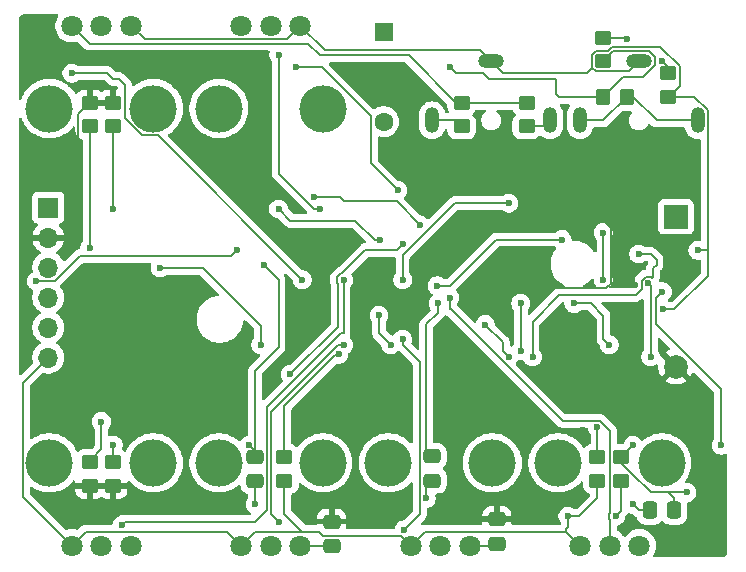
<source format=gbr>
%TF.GenerationSoftware,KiCad,Pcbnew,9.0.0*%
%TF.CreationDate,2025-05-14T01:56:31-07:00*%
%TF.ProjectId,ece223_project,65636532-3233-45f7-9072-6f6a6563742e,rev?*%
%TF.SameCoordinates,Original*%
%TF.FileFunction,Copper,L2,Bot*%
%TF.FilePolarity,Positive*%
%FSLAX46Y46*%
G04 Gerber Fmt 4.6, Leading zero omitted, Abs format (unit mm)*
G04 Created by KiCad (PCBNEW 9.0.0) date 2025-05-14 01:56:31*
%MOMM*%
%LPD*%
G01*
G04 APERTURE LIST*
G04 Aperture macros list*
%AMRoundRect*
0 Rectangle with rounded corners*
0 $1 Rounding radius*
0 $2 $3 $4 $5 $6 $7 $8 $9 X,Y pos of 4 corners*
0 Add a 4 corners polygon primitive as box body*
4,1,4,$2,$3,$4,$5,$6,$7,$8,$9,$2,$3,0*
0 Add four circle primitives for the rounded corners*
1,1,$1+$1,$2,$3*
1,1,$1+$1,$4,$5*
1,1,$1+$1,$6,$7*
1,1,$1+$1,$8,$9*
0 Add four rect primitives between the rounded corners*
20,1,$1+$1,$2,$3,$4,$5,0*
20,1,$1+$1,$4,$5,$6,$7,0*
20,1,$1+$1,$6,$7,$8,$9,0*
20,1,$1+$1,$8,$9,$2,$3,0*%
G04 Aperture macros list end*
%TA.AperFunction,ComponentPad*%
%ADD10O,1.200000X2.200000*%
%TD*%
%TA.AperFunction,ComponentPad*%
%ADD11O,2.200000X1.200000*%
%TD*%
%TA.AperFunction,ComponentPad*%
%ADD12R,1.700000X1.700000*%
%TD*%
%TA.AperFunction,ComponentPad*%
%ADD13O,1.700000X1.700000*%
%TD*%
%TA.AperFunction,WasherPad*%
%ADD14C,4.000000*%
%TD*%
%TA.AperFunction,ComponentPad*%
%ADD15C,1.800000*%
%TD*%
%TA.AperFunction,SMDPad,CuDef*%
%ADD16RoundRect,0.250000X-0.450000X0.350000X-0.450000X-0.350000X0.450000X-0.350000X0.450000X0.350000X0*%
%TD*%
%TA.AperFunction,SMDPad,CuDef*%
%ADD17RoundRect,0.250000X-0.350000X-0.450000X0.350000X-0.450000X0.350000X0.450000X-0.350000X0.450000X0*%
%TD*%
%TA.AperFunction,SMDPad,CuDef*%
%ADD18RoundRect,0.250000X0.450000X-0.350000X0.450000X0.350000X-0.450000X0.350000X-0.450000X-0.350000X0*%
%TD*%
%TA.AperFunction,SMDPad,CuDef*%
%ADD19RoundRect,0.250000X0.475000X-0.337500X0.475000X0.337500X-0.475000X0.337500X-0.475000X-0.337500X0*%
%TD*%
%TA.AperFunction,ComponentPad*%
%ADD20R,2.000000X2.000000*%
%TD*%
%TA.AperFunction,ComponentPad*%
%ADD21C,2.000000*%
%TD*%
%TA.AperFunction,SMDPad,CuDef*%
%ADD22RoundRect,0.250000X0.337500X0.475000X-0.337500X0.475000X-0.337500X-0.475000X0.337500X-0.475000X0*%
%TD*%
%TA.AperFunction,ComponentPad*%
%ADD23RoundRect,0.250000X-0.550000X0.550000X-0.550000X-0.550000X0.550000X-0.550000X0.550000X0.550000X0*%
%TD*%
%TA.AperFunction,ComponentPad*%
%ADD24C,1.600000*%
%TD*%
%TA.AperFunction,SMDPad,CuDef*%
%ADD25RoundRect,0.250000X-0.475000X0.337500X-0.475000X-0.337500X0.475000X-0.337500X0.475000X0.337500X0*%
%TD*%
%TA.AperFunction,ViaPad*%
%ADD26C,0.600000*%
%TD*%
%TA.AperFunction,Conductor*%
%ADD27C,0.165000*%
%TD*%
%TA.AperFunction,Conductor*%
%ADD28C,0.200000*%
%TD*%
G04 APERTURE END LIST*
D10*
%TO.P,J2,R*%
%TO.N,Net-(J2-PadR)*%
X70500000Y-33000000D03*
D11*
%TO.P,J2,S*%
%TO.N,VREF*%
X65500000Y-28000000D03*
D10*
%TO.P,J2,T*%
%TO.N,Net-(J2-PadT)*%
X60500000Y-33000000D03*
%TD*%
D12*
%TO.P,J1,1,Pin_1*%
%TO.N,/VIN*%
X28000000Y-40380000D03*
D13*
%TO.P,J1,2,Pin_2*%
%TO.N,GND*%
X28000000Y-42920000D03*
%TO.P,J1,3,Pin_3*%
%TO.N,IN*%
X28000000Y-45460000D03*
%TO.P,J1,4,Pin_4*%
%TO.N,OUT*%
X28000000Y-48000000D03*
%TO.P,J1,5,Pin_5*%
%TO.N,VREF*%
X28000000Y-50540000D03*
%TO.P,J1,6,Pin_6*%
X28000000Y-53080000D03*
%TD*%
D10*
%TO.P,J3,R*%
%TO.N,Net-(J3-PadR)*%
X83000000Y-33000000D03*
D11*
%TO.P,J3,S*%
%TO.N,VREF*%
X78000000Y-28000000D03*
D10*
%TO.P,J3,T*%
%TO.N,Net-(J3-PadR)*%
X73000000Y-33000000D03*
%TD*%
D14*
%TO.P,RV6,*%
%TO.N,*%
X51250000Y-32000000D03*
X42450000Y-32000000D03*
D15*
%TO.P,RV6,1,1*%
%TO.N,/FILTERS/IBP1*%
X44350000Y-25000000D03*
%TO.P,RV6,2,2*%
%TO.N,Net-(U2B-+)*%
X46850000Y-25000000D03*
%TO.P,RV6,3,3*%
%TO.N,VREF*%
X49350000Y-25000000D03*
%TD*%
D14*
%TO.P,RV2,*%
%TO.N,*%
X28100000Y-62000000D03*
X36900000Y-62000000D03*
D15*
%TO.P,RV2,1,1*%
%TO.N,VCC*%
X35000000Y-69000000D03*
%TO.P,RV2,2,2*%
%TO.N,/LED_GAIN/AREF*%
X32500000Y-69000000D03*
%TO.P,RV2,3,3*%
%TO.N,VREF*%
X30000000Y-69000000D03*
%TD*%
D14*
%TO.P,RV5,*%
%TO.N,*%
X71150000Y-62000000D03*
X79950000Y-62000000D03*
D15*
%TO.P,RV5,1,1*%
%TO.N,VCC*%
X78050000Y-69000000D03*
%TO.P,RV5,2,2*%
%TO.N,/LED_GAIN/DREF*%
X75550000Y-69000000D03*
%TO.P,RV5,3,3*%
%TO.N,VREF*%
X73050000Y-69000000D03*
%TD*%
D14*
%TO.P,RV4,*%
%TO.N,*%
X56800000Y-62000000D03*
X65600000Y-62000000D03*
D15*
%TO.P,RV4,1,1*%
%TO.N,VCC*%
X63700000Y-69000000D03*
%TO.P,RV4,2,2*%
%TO.N,/LED_GAIN/CREF*%
X61200000Y-69000000D03*
%TO.P,RV4,3,3*%
%TO.N,VREF*%
X58700000Y-69000000D03*
%TD*%
D14*
%TO.P,RV1,*%
%TO.N,*%
X36900000Y-32000000D03*
X28100000Y-32000000D03*
D15*
%TO.P,RV1,1,1*%
%TO.N,IN*%
X30000000Y-25000000D03*
%TO.P,RV1,2,2*%
%TO.N,Net-(U2A-+)*%
X32500000Y-25000000D03*
%TO.P,RV1,3,3*%
%TO.N,VREF*%
X35000000Y-25000000D03*
%TD*%
D14*
%TO.P,RV3,*%
%TO.N,*%
X42450000Y-62000000D03*
X51250000Y-62000000D03*
D15*
%TO.P,RV3,1,1*%
%TO.N,VCC*%
X49350000Y-69000000D03*
%TO.P,RV3,2,2*%
%TO.N,/LED_GAIN/BREF*%
X46850000Y-69000000D03*
%TO.P,RV3,3,3*%
%TO.N,VREF*%
X44350000Y-69000000D03*
%TD*%
D16*
%TO.P,R7,1*%
%TO.N,Net-(D4-K)*%
X33500000Y-61950000D03*
%TO.P,R7,2*%
%TO.N,GND*%
X33500000Y-63950000D03*
%TD*%
D17*
%TO.P,R2,1*%
%TO.N,OUT*%
X75000000Y-31000000D03*
%TO.P,R2,2*%
%TO.N,Net-(J3-PadR)*%
X77000000Y-31000000D03*
%TD*%
D18*
%TO.P,R3,1*%
%TO.N,Net-(J2-PadR)*%
X68500000Y-33500000D03*
%TO.P,R3,2*%
%TO.N,IN*%
X68500000Y-31500000D03*
%TD*%
%TO.P,R1,1*%
%TO.N,Net-(J2-PadT)*%
X63000000Y-33500000D03*
%TO.P,R1,2*%
%TO.N,IN*%
X63000000Y-31500000D03*
%TD*%
D16*
%TO.P,R6,1*%
%TO.N,Net-(D3-K)*%
X31500000Y-61950000D03*
%TO.P,R6,2*%
%TO.N,GND*%
X31500000Y-63950000D03*
%TD*%
D19*
%TO.P,C3,1*%
%TO.N,VCC*%
X52000000Y-69037500D03*
%TO.P,C3,2*%
%TO.N,GND*%
X52000000Y-66962500D03*
%TD*%
%TO.P,C7,1*%
%TO.N,Net-(C6-Pad1)*%
X60500000Y-63500000D03*
%TO.P,C7,2*%
%TO.N,Net-(U3A--)*%
X60500000Y-61425000D03*
%TD*%
D18*
%TO.P,R10,1*%
%TO.N,VREF*%
X48000000Y-63500000D03*
%TO.P,R10,2*%
%TO.N,Net-(U2A--)*%
X48000000Y-61500000D03*
%TD*%
%TO.P,R17,1*%
%TO.N,VREF*%
X74500000Y-63500000D03*
%TO.P,R17,2*%
%TO.N,Net-(U1C-+)*%
X74500000Y-61500000D03*
%TD*%
%TO.P,R16,1*%
%TO.N,VREF*%
X76500000Y-63500000D03*
%TO.P,R16,2*%
%TO.N,Net-(C8-Pad1)*%
X76500000Y-61500000D03*
%TD*%
D16*
%TO.P,R24,1*%
%TO.N,Net-(U2B--)*%
X75000000Y-26000000D03*
%TO.P,R24,2*%
%TO.N,OUT*%
X75000000Y-28000000D03*
%TD*%
D18*
%TO.P,R5,1*%
%TO.N,Net-(D2-K)*%
X31500000Y-33500000D03*
%TO.P,R5,2*%
%TO.N,GND*%
X31500000Y-31500000D03*
%TD*%
D20*
%TO.P,BT1,1,+*%
%TO.N,/VIN*%
X81140000Y-41150000D03*
D21*
%TO.P,BT1,2,-*%
%TO.N,GND*%
X81140000Y-53850000D03*
%TD*%
D22*
%TO.P,C9,1*%
%TO.N,Net-(C8-Pad1)*%
X81000000Y-66000000D03*
%TO.P,C9,2*%
%TO.N,Net-(U3C--)*%
X78925000Y-66000000D03*
%TD*%
D19*
%TO.P,C2,1*%
%TO.N,VCC*%
X65984326Y-68828373D03*
%TO.P,C2,2*%
%TO.N,GND*%
X65984326Y-66753373D03*
%TD*%
D18*
%TO.P,R4,1*%
%TO.N,Net-(D1-K)*%
X33500000Y-33500000D03*
%TO.P,R4,2*%
%TO.N,GND*%
X33500000Y-31500000D03*
%TD*%
%TO.P,R23,1*%
%TO.N,VREF*%
X80500000Y-31000000D03*
%TO.P,R23,2*%
%TO.N,Net-(U2B--)*%
X80500000Y-29000000D03*
%TD*%
D23*
%TO.P,SW1,1,A*%
%TO.N,/VIN*%
X56393778Y-25482500D03*
D24*
%TO.P,SW1,2,B*%
%TO.N,/RAIL_GEN/VIN+*%
X56393778Y-33102500D03*
%TD*%
D25*
%TO.P,C6,1*%
%TO.N,Net-(C6-Pad1)*%
X45500000Y-61462500D03*
%TO.P,C6,2*%
%TO.N,/FILTERS/OBP1*%
X45500000Y-63537500D03*
%TD*%
D26*
%TO.N,GND*%
X77661919Y-46926086D03*
X51000000Y-46000000D03*
X27500000Y-55500000D03*
X70500000Y-44000000D03*
X77000000Y-39500000D03*
X52555005Y-43055005D03*
X30000000Y-37500000D03*
X66500000Y-45000000D03*
X26000000Y-53500000D03*
X73286881Y-59213117D03*
X83000000Y-56500000D03*
X58000000Y-48500000D03*
%TO.N,VREF*%
X72000000Y-66500000D03*
X75500000Y-52000000D03*
X76047500Y-66500000D03*
X80049000Y-49000000D03*
X83000000Y-44000000D03*
X72500000Y-48500000D03*
%TO.N,Net-(U3A--)*%
X61000000Y-48500000D03*
%TO.N,Net-(U3C--)*%
X68000000Y-52500000D03*
X77500000Y-65500000D03*
X68000000Y-48500000D03*
%TO.N,/FILTERS/OBP1*%
X45500000Y-65500000D03*
X57000000Y-52000000D03*
X56000000Y-49500000D03*
%TO.N,VCC*%
X59500000Y-41861000D03*
X50500000Y-39500000D03*
X80000000Y-47500000D03*
X85000000Y-60500000D03*
%TO.N,/FILTERS/IBP1*%
X49000000Y-28500000D03*
X57572756Y-38911500D03*
%TO.N,Net-(U1C-+)*%
X78792919Y-46792919D03*
X74500000Y-59000000D03*
X79000000Y-53000000D03*
%TO.N,/FILTERS/OBP2*%
X75000000Y-46500000D03*
X75000000Y-42500000D03*
X58000000Y-46500000D03*
X67000000Y-40000000D03*
%TO.N,Net-(U3D--)*%
X69000000Y-53000000D03*
X78000000Y-44315712D03*
%TO.N,/LED_GAIN/OUTA*%
X47500000Y-40500000D03*
X56069000Y-43121025D03*
%TO.N,Net-(D1-K)*%
X33500000Y-40500000D03*
%TO.N,/LED_GAIN/OUTB*%
X46000000Y-52000000D03*
X37500000Y-45500000D03*
%TO.N,Net-(D2-K)*%
X31499107Y-43818692D03*
%TO.N,Net-(D3-K)*%
X32500000Y-58500000D03*
%TO.N,Net-(D4-K)*%
X33500000Y-60500000D03*
%TO.N,/LED_GAIN/OUTD*%
X48500000Y-54500000D03*
X58000000Y-43500000D03*
%TO.N,OUT*%
X62000000Y-28500000D03*
X27000000Y-46600087D03*
X44000000Y-44000000D03*
%TO.N,/LED_GAIN/AREF*%
X53000000Y-46500000D03*
X34250000Y-67250000D03*
%TO.N,/LED_GAIN/BREF*%
X53000000Y-52000000D03*
X47500000Y-67000000D03*
%TO.N,/LED_GAIN/CREF*%
X58000000Y-51540000D03*
X58148485Y-67651262D03*
%TO.N,/LED_GAIN/DREF*%
X62000000Y-48000000D03*
%TO.N,/FILTERS/OHP*%
X71500000Y-43091500D03*
X60952500Y-47007500D03*
%TO.N,Net-(C6-Pad1)*%
X60000000Y-65000000D03*
X46258284Y-45241716D03*
X45000000Y-60500000D03*
%TO.N,Net-(C8-Pad1)*%
X82079125Y-64500000D03*
X77500000Y-60500000D03*
%TO.N,Net-(C8-Pad2)*%
X67000000Y-53000000D03*
X65000000Y-50285000D03*
%TO.N,Net-(U2A--)*%
X52595278Y-52810998D03*
%TO.N,Net-(U2B--)*%
X80000000Y-28000000D03*
X77000000Y-26100000D03*
%TO.N,Net-(U2A-+)*%
X30000000Y-29000000D03*
X49500000Y-46500000D03*
%TO.N,Net-(U2B-+)*%
X47526786Y-27473214D03*
X51000000Y-40500000D03*
%TD*%
D27*
%TO.N,GND*%
X68708500Y-47208500D02*
X66500000Y-45000000D01*
D28*
X30000000Y-36500000D02*
X30500000Y-36000000D01*
X52000000Y-43610010D02*
X52000000Y-45000000D01*
D27*
X66500000Y-38000000D02*
X71500000Y-38000000D01*
X75224338Y-47208500D02*
X68708500Y-47208500D01*
D28*
X30000000Y-37500000D02*
X30000000Y-36500000D01*
X52555005Y-43055005D02*
X52000000Y-43610010D01*
X52000000Y-45000000D02*
X51000000Y-46000000D01*
D27*
X71500000Y-38000000D02*
X75612426Y-42112426D01*
X75565628Y-47065628D02*
X75466419Y-46966419D01*
X75612426Y-42112426D02*
X75612426Y-46820412D01*
X75466419Y-46966419D02*
X75224338Y-47208500D01*
X75612426Y-46820412D02*
X75466419Y-46966419D01*
D28*
X30500000Y-36000000D02*
X30500000Y-32500000D01*
D27*
X77661919Y-46926086D02*
X77522377Y-47065628D01*
D28*
X30500000Y-32500000D02*
X31500000Y-31500000D01*
X69500000Y-45000000D02*
X66500000Y-45000000D01*
D27*
X77522377Y-47065628D02*
X75565628Y-47065628D01*
D28*
X70500000Y-44000000D02*
X69500000Y-45000000D01*
D27*
%TO.N,VREF*%
X49500000Y-67816500D02*
X50947090Y-67816500D01*
X50947090Y-67816500D02*
X51297090Y-68166500D01*
X72000000Y-67450000D02*
X71866500Y-67583500D01*
X77151500Y-28848500D02*
X78000000Y-28000000D01*
X30000000Y-69000000D02*
X31183500Y-67816500D01*
X74051500Y-28563412D02*
X73614912Y-29000000D01*
X72000000Y-66500000D02*
X72000000Y-67450000D01*
X74051500Y-28563412D02*
X74336588Y-28848500D01*
X73614912Y-29000000D02*
X66500000Y-29000000D01*
X59883500Y-67816500D02*
X71866500Y-67816500D01*
X71866500Y-67583500D02*
X71866500Y-67816500D01*
X76500000Y-66047500D02*
X76047500Y-66500000D01*
X57866500Y-68166500D02*
X58700000Y-69000000D01*
X73963000Y-48500000D02*
X72500000Y-48500000D01*
X36148500Y-26148500D02*
X48201500Y-26148500D01*
X75000000Y-49537000D02*
X73963000Y-48500000D01*
X72000000Y-66500000D02*
X72950000Y-66500000D01*
X48201500Y-26148500D02*
X49350000Y-25000000D01*
X83000000Y-44000000D02*
X83848500Y-44000000D01*
X35000000Y-25000000D02*
X36148500Y-26148500D01*
X28000000Y-53080000D02*
X25851500Y-55228500D01*
X58700000Y-69000000D02*
X59883500Y-67816500D01*
X79832412Y-26820500D02*
X75711395Y-26820500D01*
X76500000Y-63500000D02*
X76500000Y-66047500D01*
X74500000Y-64950000D02*
X74500000Y-63500000D01*
X65500000Y-28000000D02*
X66500000Y-29000000D01*
X25851500Y-55228500D02*
X25851500Y-64851500D01*
X81448500Y-28436588D02*
X79832412Y-26820500D01*
X82699960Y-31000000D02*
X83848500Y-32148540D01*
X48000000Y-66316500D02*
X48000000Y-63500000D01*
X80500000Y-31000000D02*
X82699960Y-31000000D01*
X83848500Y-32148540D02*
X83848500Y-44000000D01*
X31183500Y-67816500D02*
X43166500Y-67816500D01*
X80500000Y-31000000D02*
X81448500Y-30051500D01*
X75380396Y-27151500D02*
X74336588Y-27151500D01*
X44350000Y-69000000D02*
X45533500Y-67816500D01*
X75500000Y-52000000D02*
X75000000Y-51500000D01*
X71866500Y-67816500D02*
X73050000Y-69000000D01*
X74336588Y-27151500D02*
X74051500Y-27436588D01*
X25851500Y-64851500D02*
X30000000Y-69000000D01*
X43166500Y-67816500D02*
X44350000Y-69000000D01*
X51416500Y-27066500D02*
X64566500Y-27066500D01*
X74336588Y-28848500D02*
X77151500Y-28848500D01*
X75711395Y-26820500D02*
X75380396Y-27151500D01*
X81448500Y-30051500D02*
X81448500Y-28436588D01*
X49350000Y-25000000D02*
X51416500Y-27066500D01*
X64566500Y-27066500D02*
X65500000Y-28000000D01*
X80049000Y-49000000D02*
X81000000Y-49000000D01*
X72950000Y-66500000D02*
X74500000Y-64950000D01*
X81000000Y-49000000D02*
X83848500Y-46151500D01*
X51297090Y-68166500D02*
X57866500Y-68166500D01*
X75000000Y-51500000D02*
X75000000Y-49537000D01*
X49500000Y-67816500D02*
X48000000Y-66316500D01*
X74051500Y-27436588D02*
X74051500Y-28563412D01*
X83848500Y-46151500D02*
X83848500Y-44000000D01*
X45533500Y-67816500D02*
X49500000Y-67816500D01*
%TO.N,Net-(U3A--)*%
X60000000Y-50278666D02*
X60000000Y-61425000D01*
X61000000Y-49278666D02*
X60000000Y-50278666D01*
X61000000Y-48500000D02*
X61000000Y-49278666D01*
%TO.N,Net-(U3C--)*%
X78000000Y-66000000D02*
X77500000Y-65500000D01*
X68000000Y-52500000D02*
X68000000Y-48500000D01*
X78925000Y-66000000D02*
X78000000Y-66000000D01*
%TO.N,/FILTERS/OBP1*%
X57000000Y-52000000D02*
X56000000Y-51000000D01*
X56000000Y-51000000D02*
X56000000Y-49500000D01*
X45500000Y-63537500D02*
X45500000Y-65500000D01*
D28*
%TO.N,VCC*%
X52696732Y-39500000D02*
X53057116Y-39860384D01*
X79449000Y-50228232D02*
X79449000Y-48051000D01*
X52000000Y-69037500D02*
X49387500Y-69037500D01*
X66000000Y-69037500D02*
X63737500Y-69037500D01*
X50500000Y-39500000D02*
X52696732Y-39500000D01*
X79449000Y-48051000D02*
X80000000Y-47500000D01*
X53057116Y-39860384D02*
X57499384Y-39860384D01*
X63737500Y-69037500D02*
X63700000Y-69000000D01*
X57499384Y-39860384D02*
X59500000Y-41861000D01*
X85000000Y-55779232D02*
X79449000Y-50228232D01*
X49387500Y-69037500D02*
X49350000Y-69000000D01*
X85000000Y-60500000D02*
X85000000Y-55779232D01*
D27*
%TO.N,/FILTERS/IBP1*%
X55310278Y-36649022D02*
X57572756Y-38911500D01*
X51166500Y-28500000D02*
X55310278Y-32643778D01*
X49000000Y-28500000D02*
X51166500Y-28500000D01*
X55310278Y-32643778D02*
X55310278Y-36649022D01*
%TO.N,Net-(U1C-+)*%
X74500000Y-61500000D02*
X74500000Y-59000000D01*
X78792919Y-46792919D02*
X79000000Y-46999999D01*
X79000000Y-46999999D02*
X79000000Y-53000000D01*
%TO.N,/FILTERS/OBP2*%
X67000000Y-40000000D02*
X62414014Y-40000000D01*
X62414014Y-40000000D02*
X58000000Y-44414014D01*
X58000000Y-44414014D02*
X58000000Y-46500000D01*
X75000000Y-46500000D02*
X75000000Y-42500000D01*
%TO.N,Net-(U3D--)*%
X79498500Y-44793514D02*
X79020698Y-44315712D01*
X77734689Y-47765311D02*
X78244419Y-47255581D01*
X79137849Y-46362151D02*
X79204986Y-46295014D01*
X79020116Y-46244419D02*
X79137849Y-46362151D01*
X78244419Y-46565722D02*
X78565722Y-46244419D01*
X79204986Y-46295014D02*
X79204986Y-45500000D01*
X69000000Y-53000000D02*
X69000000Y-50039500D01*
X79498500Y-45206486D02*
X79498500Y-44793514D01*
X78244419Y-47255581D02*
X78244419Y-46565722D01*
X69000000Y-50039500D02*
X71274189Y-47765311D01*
X79204986Y-45500000D02*
X79498500Y-45206486D01*
X71274189Y-47765311D02*
X77734689Y-47765311D01*
X79020698Y-44315712D02*
X78000000Y-44315712D01*
X78565722Y-46244419D02*
X79020116Y-46244419D01*
%TO.N,/LED_GAIN/OUTA*%
X54000000Y-41500000D02*
X55621025Y-43121025D01*
X55621025Y-43121025D02*
X56069000Y-43121025D01*
X47500000Y-40500000D02*
X48500000Y-41500000D01*
X48500000Y-41500000D02*
X54000000Y-41500000D01*
%TO.N,Net-(D1-K)*%
X33500000Y-33500000D02*
X33500000Y-40500000D01*
%TO.N,/LED_GAIN/OUTB*%
X46000000Y-50408841D02*
X41091159Y-45500000D01*
X46000000Y-52000000D02*
X46000000Y-50408841D01*
X41091159Y-45500000D02*
X37500000Y-45500000D01*
%TO.N,Net-(D2-K)*%
X31499107Y-43000893D02*
X31500000Y-43000000D01*
X31499107Y-43818692D02*
X31499107Y-43000893D01*
X31500000Y-43000000D02*
X31500000Y-33500000D01*
%TO.N,Net-(D3-K)*%
X32500000Y-60834997D02*
X31500000Y-61834997D01*
X31500000Y-61834997D02*
X31500000Y-61950000D01*
X32500000Y-58500000D02*
X32500000Y-60834997D01*
%TO.N,Net-(D4-K)*%
X33500000Y-60500000D02*
X33500000Y-61950000D01*
%TO.N,/LED_GAIN/OUTD*%
X52843514Y-45951500D02*
X52772803Y-45951500D01*
X57500000Y-44000000D02*
X54795014Y-44000000D01*
X52451500Y-46727197D02*
X52500000Y-46775697D01*
X52500000Y-46775697D02*
X52500000Y-50500000D01*
X52772803Y-45951500D02*
X52451500Y-46272803D01*
X52451500Y-46272803D02*
X52451500Y-46727197D01*
X54795014Y-44000000D02*
X52843514Y-45951500D01*
X58000000Y-43500000D02*
X57500000Y-44000000D01*
X52500000Y-50500000D02*
X48500000Y-54500000D01*
%TO.N,OUT*%
X75000000Y-28000000D02*
X75848500Y-27151500D01*
X79348500Y-28351460D02*
X78368960Y-29331000D01*
X62000000Y-28500000D02*
X62500000Y-29000000D01*
X64800040Y-29000000D02*
X65300040Y-29500000D01*
X71000000Y-30800040D02*
X71199960Y-31000000D01*
X78368960Y-29331000D02*
X76669000Y-29331000D01*
X79348500Y-27648540D02*
X79348500Y-28351460D01*
X43500000Y-44500000D02*
X44000000Y-44000000D01*
X30648206Y-44500000D02*
X43500000Y-44500000D01*
X71000000Y-29500000D02*
X71000000Y-30800040D01*
X71199960Y-31000000D02*
X75000000Y-31000000D01*
X27000000Y-46600087D02*
X28548119Y-46600087D01*
X62500000Y-29000000D02*
X64800040Y-29000000D01*
X75848500Y-27151500D02*
X78851460Y-27151500D01*
X76669000Y-29331000D02*
X75000000Y-31000000D01*
X78851460Y-27151500D02*
X79348500Y-27648540D01*
X28548119Y-46600087D02*
X30648206Y-44500000D01*
X65300040Y-29500000D02*
X71000000Y-29500000D01*
%TO.N,IN*%
X62500000Y-31500000D02*
X58500000Y-27500000D01*
X51000000Y-27500000D02*
X50000000Y-26500000D01*
X68500000Y-31500000D02*
X63000000Y-31500000D01*
X58500000Y-27500000D02*
X51000000Y-27500000D01*
X63000000Y-31500000D02*
X62500000Y-31500000D01*
X31500000Y-26500000D02*
X30000000Y-25000000D01*
X50000000Y-26500000D02*
X31500000Y-26500000D01*
%TO.N,Net-(J2-PadR)*%
X68500000Y-33500000D02*
X70000000Y-33500000D01*
X70000000Y-33500000D02*
X70500000Y-33000000D01*
%TO.N,Net-(J2-PadT)*%
X60500000Y-33000000D02*
X62500000Y-33000000D01*
X62500000Y-33000000D02*
X63000000Y-33500000D01*
%TO.N,Net-(J3-PadR)*%
X77500000Y-31000000D02*
X79500000Y-33000000D01*
X75000000Y-33000000D02*
X73000000Y-33000000D01*
X77000000Y-31000000D02*
X75000000Y-33000000D01*
X77000000Y-31000000D02*
X77500000Y-31000000D01*
X79500000Y-33000000D02*
X83000000Y-33000000D01*
%TO.N,/LED_GAIN/AREF*%
X34500000Y-67000000D02*
X45500000Y-67000000D01*
X45500000Y-67000000D02*
X46519000Y-65981000D01*
X46519000Y-65981000D02*
X46519000Y-57276014D01*
X46519000Y-57276014D02*
X52795014Y-51000000D01*
X53000000Y-51000000D02*
X53000000Y-46500000D01*
X52795014Y-51000000D02*
X53000000Y-51000000D01*
X34250000Y-67250000D02*
X34500000Y-67000000D01*
%TO.N,/LED_GAIN/BREF*%
X46850000Y-57650000D02*
X52500000Y-52000000D01*
X46850000Y-66350000D02*
X46850000Y-57650000D01*
X47500000Y-67000000D02*
X46850000Y-66350000D01*
X52500000Y-52000000D02*
X53000000Y-52000000D01*
%TO.N,/LED_GAIN/CREF*%
X58000000Y-52000000D02*
X58000000Y-51540000D01*
X59446429Y-66353318D02*
X58148485Y-67651262D01*
X58000000Y-52000000D02*
X59446429Y-53446429D01*
X59446429Y-53446429D02*
X59446429Y-66353318D01*
%TO.N,/LED_GAIN/DREF*%
X75550000Y-66221803D02*
X75499000Y-66272803D01*
X71559803Y-58451500D02*
X74727197Y-58451500D01*
X75550000Y-66778197D02*
X75550000Y-69000000D01*
X75499000Y-66272803D02*
X75499000Y-66727197D01*
X62000000Y-48000000D02*
X62000000Y-48891697D01*
X62000000Y-48891697D02*
X71559803Y-58451500D01*
X75550000Y-59274303D02*
X75550000Y-66221803D01*
X75499000Y-66727197D02*
X75550000Y-66778197D01*
X62000000Y-48000000D02*
X62000000Y-49000000D01*
X74727197Y-58451500D02*
X75550000Y-59274303D01*
%TO.N,/FILTERS/OHP*%
X65908500Y-43091500D02*
X61992500Y-47007500D01*
X71500000Y-43091500D02*
X65908500Y-43091500D01*
X61992500Y-47007500D02*
X60952500Y-47007500D01*
%TO.N,Net-(C6-Pad1)*%
X47498500Y-52206486D02*
X47498500Y-46481932D01*
X45500000Y-61462500D02*
X45500000Y-54204986D01*
X47498500Y-46481932D02*
X46258284Y-45241716D01*
X45500000Y-61000000D02*
X45500000Y-61462500D01*
X45500000Y-54204986D02*
X47498500Y-52206486D01*
X45000000Y-60500000D02*
X45500000Y-61000000D01*
X60000000Y-63500000D02*
X60000000Y-65000000D01*
%TO.N,Net-(C8-Pad1)*%
X77151500Y-62651500D02*
X76500000Y-62000000D01*
X80500000Y-64500000D02*
X81000000Y-65000000D01*
X77448500Y-62936588D02*
X77163412Y-62651500D01*
X81000000Y-65000000D02*
X81000000Y-66000000D01*
X80500000Y-64500000D02*
X79000000Y-64500000D01*
X77448500Y-62948500D02*
X77448500Y-62936588D01*
X79000000Y-64500000D02*
X77448500Y-62948500D01*
X77500000Y-60500000D02*
X76500000Y-61500000D01*
X76500000Y-62000000D02*
X76500000Y-61500000D01*
X82079125Y-64500000D02*
X80500000Y-64500000D01*
X77163412Y-62651500D02*
X77151500Y-62651500D01*
%TO.N,Net-(C8-Pad2)*%
X66500000Y-51785000D02*
X66500000Y-52500000D01*
X66500000Y-52500000D02*
X67000000Y-53000000D01*
X65000000Y-50285000D02*
X66500000Y-51785000D01*
%TO.N,Net-(U2A--)*%
X52297296Y-52906276D02*
X48000000Y-57203572D01*
X52595278Y-52810998D02*
X52500000Y-52906276D01*
X52500000Y-52906276D02*
X52297296Y-52906276D01*
X48000000Y-57203572D02*
X48000000Y-61500000D01*
%TO.N,Net-(U2B--)*%
X77000000Y-26100000D02*
X76900000Y-26000000D01*
X76900000Y-26000000D02*
X75000000Y-26000000D01*
X80500000Y-28500000D02*
X80000000Y-28000000D01*
X77000000Y-26100000D02*
X77000000Y-26000000D01*
X80500000Y-29000000D02*
X80500000Y-28500000D01*
%TO.N,Net-(U2A-+)*%
X30000000Y-29000000D02*
X33000000Y-29000000D01*
X37248500Y-34248500D02*
X49500000Y-46500000D01*
X33000000Y-29000000D02*
X33500000Y-29500000D01*
X33500000Y-29500000D02*
X34000000Y-29500000D01*
X34500000Y-30000000D02*
X34500000Y-32779860D01*
X35968640Y-34248500D02*
X37248500Y-34248500D01*
X34000000Y-29500000D02*
X34500000Y-30000000D01*
X34500000Y-32779860D02*
X35968640Y-34248500D01*
%TO.N,Net-(U2B-+)*%
X51000000Y-40500000D02*
X50500000Y-40500000D01*
X47526786Y-37526786D02*
X47526786Y-27473214D01*
X50500000Y-40500000D02*
X47526786Y-37526786D01*
%TD*%
%TA.AperFunction,Conductor*%
%TO.N,GND*%
G36*
X78336334Y-48090667D02*
G01*
X78392267Y-48132539D01*
X78416684Y-48198003D01*
X78417000Y-48206849D01*
X78417000Y-52399559D01*
X78397315Y-52466598D01*
X78380681Y-52487240D01*
X78378213Y-52489707D01*
X78378210Y-52489711D01*
X78290609Y-52620814D01*
X78290602Y-52620827D01*
X78230264Y-52766498D01*
X78230261Y-52766510D01*
X78199500Y-52921153D01*
X78199500Y-53078846D01*
X78230261Y-53233489D01*
X78230264Y-53233501D01*
X78290602Y-53379172D01*
X78290609Y-53379185D01*
X78378210Y-53510288D01*
X78378213Y-53510292D01*
X78489707Y-53621786D01*
X78489711Y-53621789D01*
X78620814Y-53709390D01*
X78620827Y-53709397D01*
X78766498Y-53769735D01*
X78766503Y-53769737D01*
X78921153Y-53800499D01*
X78921156Y-53800500D01*
X78921158Y-53800500D01*
X79078844Y-53800500D01*
X79078845Y-53800499D01*
X79233497Y-53769737D01*
X79379179Y-53709394D01*
X79379185Y-53709390D01*
X79447109Y-53664005D01*
X79513786Y-53643127D01*
X79581167Y-53661611D01*
X79627857Y-53713590D01*
X79640000Y-53767107D01*
X79640000Y-53968052D01*
X79676934Y-54201247D01*
X79749897Y-54425802D01*
X79857087Y-54636174D01*
X79917338Y-54719104D01*
X79917340Y-54719105D01*
X80648871Y-53987574D01*
X80664755Y-54046853D01*
X80731898Y-54163147D01*
X80826853Y-54258102D01*
X80943147Y-54325245D01*
X81002425Y-54341128D01*
X80270893Y-55072658D01*
X80353828Y-55132914D01*
X80564197Y-55240102D01*
X80788752Y-55313065D01*
X80788751Y-55313065D01*
X81021948Y-55350000D01*
X81258052Y-55350000D01*
X81491247Y-55313065D01*
X81715802Y-55240102D01*
X81926163Y-55132918D01*
X81926169Y-55132914D01*
X82009104Y-55072658D01*
X82009105Y-55072658D01*
X81277574Y-54341128D01*
X81336853Y-54325245D01*
X81453147Y-54258102D01*
X81548102Y-54163147D01*
X81615245Y-54046853D01*
X81631128Y-53987574D01*
X82362658Y-54719105D01*
X82362658Y-54719104D01*
X82422914Y-54636169D01*
X82422918Y-54636163D01*
X82530103Y-54425800D01*
X82530105Y-54425796D01*
X82533108Y-54416555D01*
X82572543Y-54358878D01*
X82636901Y-54331678D01*
X82705748Y-54343590D01*
X82738721Y-54367188D01*
X84363181Y-55991648D01*
X84396666Y-56052971D01*
X84399500Y-56079329D01*
X84399500Y-59920234D01*
X84379815Y-59987273D01*
X84378602Y-59989125D01*
X84290609Y-60120814D01*
X84290602Y-60120827D01*
X84230264Y-60266498D01*
X84230261Y-60266510D01*
X84199500Y-60421153D01*
X84199500Y-60578846D01*
X84230261Y-60733489D01*
X84230264Y-60733501D01*
X84290602Y-60879172D01*
X84290609Y-60879185D01*
X84378210Y-61010288D01*
X84378213Y-61010292D01*
X84489707Y-61121786D01*
X84489711Y-61121789D01*
X84620814Y-61209390D01*
X84620827Y-61209397D01*
X84729425Y-61254379D01*
X84766503Y-61269737D01*
X84921153Y-61300499D01*
X84921156Y-61300500D01*
X84921158Y-61300500D01*
X85078844Y-61300500D01*
X85078845Y-61300499D01*
X85233497Y-61269737D01*
X85328048Y-61230572D01*
X85397517Y-61223104D01*
X85459996Y-61254379D01*
X85495648Y-61314468D01*
X85499500Y-61345134D01*
X85499500Y-69493038D01*
X85498720Y-69506922D01*
X85498720Y-69506923D01*
X85488540Y-69597264D01*
X85482362Y-69624333D01*
X85454648Y-69703537D01*
X85442600Y-69728555D01*
X85397957Y-69799604D01*
X85380644Y-69821313D01*
X85321313Y-69880644D01*
X85299604Y-69897957D01*
X85228555Y-69942600D01*
X85203537Y-69954648D01*
X85124333Y-69982362D01*
X85097264Y-69988540D01*
X85017075Y-69997576D01*
X85006921Y-69998720D01*
X84993038Y-69999500D01*
X79298298Y-69999500D01*
X79231259Y-69979815D01*
X79185504Y-69927011D01*
X79175560Y-69857853D01*
X79197980Y-69802615D01*
X79221703Y-69769962D01*
X79247815Y-69734022D01*
X79347895Y-69537606D01*
X79416015Y-69327951D01*
X79450500Y-69110222D01*
X79450500Y-68889778D01*
X79416015Y-68672049D01*
X79366105Y-68518440D01*
X79347896Y-68462396D01*
X79347895Y-68462393D01*
X79313237Y-68394375D01*
X79247815Y-68265978D01*
X79199681Y-68199727D01*
X79118247Y-68087641D01*
X79118243Y-68087636D01*
X78962363Y-67931756D01*
X78962358Y-67931752D01*
X78784025Y-67802187D01*
X78784024Y-67802186D01*
X78784022Y-67802185D01*
X78721096Y-67770122D01*
X78587606Y-67702104D01*
X78587603Y-67702103D01*
X78377952Y-67633985D01*
X78241044Y-67612301D01*
X78160222Y-67599500D01*
X77939778Y-67599500D01*
X77867201Y-67610995D01*
X77722047Y-67633985D01*
X77512396Y-67702103D01*
X77512393Y-67702104D01*
X77315974Y-67802187D01*
X77137641Y-67931752D01*
X77137636Y-67931756D01*
X76981756Y-68087636D01*
X76981752Y-68087641D01*
X76900318Y-68199727D01*
X76844989Y-68242393D01*
X76775375Y-68248372D01*
X76713580Y-68215767D01*
X76699682Y-68199727D01*
X76618247Y-68087641D01*
X76618243Y-68087636D01*
X76462363Y-67931756D01*
X76462358Y-67931752D01*
X76284023Y-67802185D01*
X76200704Y-67759731D01*
X76189641Y-67749282D01*
X76175797Y-67742960D01*
X76164754Y-67725777D01*
X76149909Y-67711756D01*
X76145668Y-67696077D01*
X76138023Y-67684182D01*
X76133000Y-67649247D01*
X76133000Y-67400939D01*
X76152685Y-67333900D01*
X76205489Y-67288145D01*
X76232803Y-67279323D01*
X76280997Y-67269737D01*
X76416006Y-67213815D01*
X76426672Y-67209397D01*
X76426672Y-67209396D01*
X76426679Y-67209394D01*
X76557789Y-67121789D01*
X76669289Y-67010289D01*
X76756894Y-66879179D01*
X76760354Y-66870827D01*
X76792039Y-66794331D01*
X76817237Y-66733497D01*
X76848000Y-66578842D01*
X76848000Y-66575349D01*
X76848517Y-66573585D01*
X76848597Y-66572782D01*
X76848749Y-66572797D01*
X76867685Y-66508310D01*
X76884319Y-66487668D01*
X76922487Y-66449500D01*
X76966516Y-66405471D01*
X77033281Y-66289830D01*
X77083848Y-66241615D01*
X77152455Y-66228392D01*
X77188118Y-66237269D01*
X77266503Y-66269737D01*
X77367522Y-66289831D01*
X77421153Y-66300499D01*
X77421156Y-66300500D01*
X77421158Y-66300500D01*
X77424651Y-66300500D01*
X77426414Y-66301017D01*
X77427218Y-66301097D01*
X77427202Y-66301249D01*
X77491690Y-66320185D01*
X77512332Y-66336819D01*
X77642029Y-66466516D01*
X77770349Y-66540602D01*
X77782009Y-66547334D01*
X77781308Y-66548547D01*
X77828938Y-66586929D01*
X77844052Y-66621807D01*
X77845372Y-66621370D01*
X77847500Y-66627794D01*
X77847501Y-66627797D01*
X77884586Y-66739711D01*
X77902685Y-66794331D01*
X77902687Y-66794336D01*
X77908617Y-66803950D01*
X77994788Y-66943656D01*
X78118844Y-67067712D01*
X78268166Y-67159814D01*
X78434703Y-67214999D01*
X78537491Y-67225500D01*
X79312508Y-67225499D01*
X79312516Y-67225498D01*
X79312519Y-67225498D01*
X79368802Y-67219748D01*
X79415297Y-67214999D01*
X79581834Y-67159814D01*
X79731156Y-67067712D01*
X79855212Y-66943656D01*
X79856961Y-66940819D01*
X79858669Y-66939283D01*
X79859693Y-66937989D01*
X79859914Y-66938163D01*
X79908906Y-66894096D01*
X79977868Y-66882872D01*
X80041951Y-66910713D01*
X80068037Y-66940817D01*
X80069788Y-66943656D01*
X80193844Y-67067712D01*
X80343166Y-67159814D01*
X80509703Y-67214999D01*
X80612491Y-67225500D01*
X81387508Y-67225499D01*
X81387516Y-67225498D01*
X81387519Y-67225498D01*
X81443802Y-67219748D01*
X81490297Y-67214999D01*
X81656834Y-67159814D01*
X81806156Y-67067712D01*
X81930212Y-66943656D01*
X82022314Y-66794334D01*
X82077499Y-66627797D01*
X82088000Y-66525009D01*
X82087999Y-65474992D01*
X82083385Y-65429827D01*
X82096154Y-65361137D01*
X82144034Y-65310252D01*
X82182552Y-65295610D01*
X82225703Y-65287026D01*
X82312622Y-65269737D01*
X82458304Y-65209394D01*
X82589414Y-65121789D01*
X82700914Y-65010289D01*
X82788519Y-64879179D01*
X82790060Y-64875460D01*
X82814739Y-64815877D01*
X82848862Y-64733497D01*
X82879625Y-64578842D01*
X82879625Y-64421158D01*
X82879625Y-64421155D01*
X82879624Y-64421153D01*
X82859236Y-64318656D01*
X82848862Y-64266503D01*
X82817980Y-64191946D01*
X82788522Y-64120827D01*
X82788515Y-64120814D01*
X82700914Y-63989711D01*
X82700911Y-63989707D01*
X82589417Y-63878213D01*
X82589413Y-63878210D01*
X82458310Y-63790609D01*
X82458297Y-63790602D01*
X82312626Y-63730264D01*
X82312614Y-63730261D01*
X82157970Y-63699500D01*
X82157967Y-63699500D01*
X82050442Y-63699500D01*
X81983403Y-63679815D01*
X81937648Y-63627011D01*
X81927704Y-63557853D01*
X81953495Y-63498187D01*
X81992523Y-63449248D01*
X82141945Y-63211445D01*
X82263801Y-62958408D01*
X82356560Y-62693318D01*
X82419055Y-62419509D01*
X82426300Y-62355212D01*
X82450499Y-62140431D01*
X82450500Y-62140427D01*
X82450500Y-61859572D01*
X82450499Y-61859568D01*
X82419057Y-61580505D01*
X82419054Y-61580487D01*
X82356560Y-61306682D01*
X82356556Y-61306670D01*
X82327315Y-61223104D01*
X82263801Y-61041592D01*
X82141945Y-60788555D01*
X81992523Y-60550752D01*
X81817416Y-60331175D01*
X81618825Y-60132584D01*
X81399248Y-59957477D01*
X81161445Y-59808055D01*
X81161442Y-59808053D01*
X80908411Y-59686200D01*
X80643329Y-59593443D01*
X80643317Y-59593439D01*
X80369512Y-59530945D01*
X80369494Y-59530942D01*
X80090431Y-59499500D01*
X80090425Y-59499500D01*
X79809575Y-59499500D01*
X79809568Y-59499500D01*
X79530505Y-59530942D01*
X79530487Y-59530945D01*
X79256682Y-59593439D01*
X79256670Y-59593443D01*
X78991588Y-59686200D01*
X78738557Y-59808053D01*
X78500749Y-59957478D01*
X78500747Y-59957479D01*
X78344942Y-60081730D01*
X78280256Y-60108139D01*
X78211560Y-60095382D01*
X78164528Y-60053674D01*
X78121789Y-59989711D01*
X78121786Y-59989707D01*
X78010292Y-59878213D01*
X78010288Y-59878210D01*
X77879185Y-59790609D01*
X77879172Y-59790602D01*
X77733501Y-59730264D01*
X77733489Y-59730261D01*
X77578845Y-59699500D01*
X77578842Y-59699500D01*
X77421158Y-59699500D01*
X77421155Y-59699500D01*
X77266510Y-59730261D01*
X77266498Y-59730264D01*
X77120827Y-59790602D01*
X77120814Y-59790609D01*
X76989711Y-59878210D01*
X76989707Y-59878213D01*
X76878213Y-59989707D01*
X76878210Y-59989711D01*
X76790609Y-60120814D01*
X76790602Y-60120827D01*
X76730264Y-60266498D01*
X76730261Y-60266510D01*
X76723661Y-60299691D01*
X76691276Y-60361602D01*
X76630561Y-60396176D01*
X76602044Y-60399500D01*
X76257000Y-60399500D01*
X76189961Y-60379815D01*
X76144206Y-60327011D01*
X76133000Y-60275500D01*
X76133000Y-59197552D01*
X76133000Y-59197550D01*
X76093270Y-59049273D01*
X76093157Y-59049078D01*
X76061802Y-58994769D01*
X76016516Y-58916332D01*
X75907971Y-58807787D01*
X75085168Y-57984984D01*
X75018697Y-57946607D01*
X74952228Y-57908230D01*
X74840200Y-57878213D01*
X74803950Y-57868500D01*
X74803949Y-57868500D01*
X71852652Y-57868500D01*
X71785613Y-57848815D01*
X71764971Y-57832181D01*
X67620115Y-53687325D01*
X67586630Y-53626002D01*
X67591614Y-53556310D01*
X67603717Y-53532237D01*
X67610841Y-53521236D01*
X67621789Y-53510289D01*
X67709394Y-53379179D01*
X67721013Y-53351126D01*
X67727160Y-53341636D01*
X67745410Y-53325933D01*
X67760514Y-53307190D01*
X67771415Y-53303560D01*
X67780125Y-53296068D01*
X67803964Y-53292726D01*
X67826807Y-53285122D01*
X67846753Y-53286727D01*
X67849318Y-53286368D01*
X67850805Y-53287053D01*
X67855431Y-53287426D01*
X67921155Y-53300500D01*
X67921158Y-53300500D01*
X68078843Y-53300500D01*
X68101123Y-53296068D01*
X68144568Y-53287426D01*
X68214158Y-53293653D01*
X68269336Y-53336515D01*
X68283320Y-53361589D01*
X68290606Y-53379179D01*
X68290609Y-53379185D01*
X68378210Y-53510288D01*
X68378213Y-53510292D01*
X68489707Y-53621786D01*
X68489711Y-53621789D01*
X68620814Y-53709390D01*
X68620827Y-53709397D01*
X68766498Y-53769735D01*
X68766503Y-53769737D01*
X68921153Y-53800499D01*
X68921156Y-53800500D01*
X68921158Y-53800500D01*
X69078844Y-53800500D01*
X69078845Y-53800499D01*
X69233497Y-53769737D01*
X69379179Y-53709394D01*
X69510289Y-53621789D01*
X69621789Y-53510289D01*
X69709394Y-53379179D01*
X69711227Y-53374755D01*
X69733374Y-53321286D01*
X69769737Y-53233497D01*
X69800500Y-53078842D01*
X69800500Y-52921158D01*
X69800500Y-52921155D01*
X69800499Y-52921153D01*
X69769738Y-52766510D01*
X69769737Y-52766503D01*
X69726235Y-52661478D01*
X69709397Y-52620827D01*
X69709390Y-52620814D01*
X69621789Y-52489711D01*
X69621786Y-52489707D01*
X69619319Y-52487240D01*
X69618439Y-52485628D01*
X69617924Y-52485001D01*
X69618043Y-52484903D01*
X69585834Y-52425917D01*
X69583000Y-52399559D01*
X69583000Y-50332349D01*
X69602685Y-50265310D01*
X69619319Y-50244668D01*
X71479357Y-48384630D01*
X71506284Y-48369926D01*
X71532103Y-48353334D01*
X71538303Y-48352442D01*
X71540680Y-48351145D01*
X71567038Y-48348311D01*
X71575500Y-48348311D01*
X71642539Y-48367996D01*
X71688294Y-48420800D01*
X71699500Y-48472311D01*
X71699500Y-48578846D01*
X71730261Y-48733489D01*
X71730264Y-48733501D01*
X71790602Y-48879172D01*
X71790609Y-48879185D01*
X71878210Y-49010288D01*
X71878213Y-49010292D01*
X71989707Y-49121786D01*
X71989711Y-49121789D01*
X72120814Y-49209390D01*
X72120827Y-49209397D01*
X72222612Y-49251557D01*
X72266503Y-49269737D01*
X72421153Y-49300499D01*
X72421156Y-49300500D01*
X72421158Y-49300500D01*
X72578844Y-49300500D01*
X72578845Y-49300499D01*
X72733497Y-49269737D01*
X72879179Y-49209394D01*
X73010289Y-49121789D01*
X73011264Y-49120814D01*
X73012760Y-49119319D01*
X73014371Y-49118439D01*
X73014999Y-49117924D01*
X73015096Y-49118043D01*
X73074083Y-49085834D01*
X73100441Y-49083000D01*
X73670151Y-49083000D01*
X73737190Y-49102685D01*
X73757832Y-49119319D01*
X74380681Y-49742167D01*
X74414166Y-49803490D01*
X74417000Y-49829848D01*
X74417000Y-51423247D01*
X74417000Y-51576753D01*
X74433396Y-51637944D01*
X74456730Y-51725031D01*
X74495107Y-51791500D01*
X74533484Y-51857971D01*
X74533486Y-51857973D01*
X74663181Y-51987668D01*
X74696666Y-52048991D01*
X74699500Y-52075349D01*
X74699500Y-52078846D01*
X74730261Y-52233489D01*
X74730264Y-52233501D01*
X74790602Y-52379172D01*
X74790609Y-52379185D01*
X74878210Y-52510288D01*
X74878213Y-52510292D01*
X74989707Y-52621786D01*
X74989711Y-52621789D01*
X75120814Y-52709390D01*
X75120827Y-52709397D01*
X75252066Y-52763757D01*
X75266503Y-52769737D01*
X75419710Y-52800212D01*
X75421153Y-52800499D01*
X75421156Y-52800500D01*
X75421158Y-52800500D01*
X75578844Y-52800500D01*
X75578845Y-52800499D01*
X75733497Y-52769737D01*
X75879179Y-52709394D01*
X76010289Y-52621789D01*
X76121789Y-52510289D01*
X76208216Y-52380941D01*
X76209390Y-52379185D01*
X76209390Y-52379184D01*
X76209394Y-52379179D01*
X76212294Y-52372179D01*
X76249134Y-52283237D01*
X76269737Y-52233497D01*
X76300500Y-52078842D01*
X76300500Y-51921158D01*
X76300500Y-51921155D01*
X76300499Y-51921153D01*
X76290824Y-51872512D01*
X76269737Y-51766503D01*
X76252559Y-51725031D01*
X76209397Y-51620827D01*
X76209390Y-51620814D01*
X76121789Y-51489711D01*
X76121786Y-51489707D01*
X76010292Y-51378213D01*
X76010288Y-51378210D01*
X75879185Y-51290609D01*
X75879172Y-51290602D01*
X75733501Y-51230264D01*
X75733489Y-51230261D01*
X75682809Y-51220180D01*
X75620898Y-51187795D01*
X75586324Y-51127080D01*
X75583000Y-51098563D01*
X75583000Y-49460249D01*
X75583000Y-49460247D01*
X75543270Y-49311970D01*
X75466516Y-49179029D01*
X75357971Y-49070484D01*
X75357970Y-49070483D01*
X75353640Y-49066153D01*
X75353629Y-49066143D01*
X74847479Y-48559992D01*
X74813994Y-48498669D01*
X74818978Y-48428977D01*
X74860850Y-48373044D01*
X74926314Y-48348627D01*
X74935160Y-48348311D01*
X77811440Y-48348311D01*
X77811442Y-48348311D01*
X77959719Y-48308581D01*
X78092660Y-48231827D01*
X78205319Y-48119168D01*
X78266642Y-48085683D01*
X78336334Y-48090667D01*
G37*
%TD.AperFunction*%
%TA.AperFunction,Conductor*%
G36*
X36687732Y-45102685D02*
G01*
X36733487Y-45155489D01*
X36743431Y-45224647D01*
X36735255Y-45254450D01*
X36730264Y-45266498D01*
X36730261Y-45266510D01*
X36699500Y-45421153D01*
X36699500Y-45578846D01*
X36730261Y-45733489D01*
X36730264Y-45733501D01*
X36790602Y-45879172D01*
X36790609Y-45879185D01*
X36878210Y-46010288D01*
X36878213Y-46010292D01*
X36989707Y-46121786D01*
X36989711Y-46121789D01*
X37120814Y-46209390D01*
X37120827Y-46209397D01*
X37235516Y-46256902D01*
X37266503Y-46269737D01*
X37409103Y-46298102D01*
X37421153Y-46300499D01*
X37421156Y-46300500D01*
X37421158Y-46300500D01*
X37578844Y-46300500D01*
X37578845Y-46300499D01*
X37733497Y-46269737D01*
X37879179Y-46209394D01*
X38010289Y-46121789D01*
X38011264Y-46120814D01*
X38012760Y-46119319D01*
X38014371Y-46118439D01*
X38014999Y-46117924D01*
X38015096Y-46118043D01*
X38074083Y-46085834D01*
X38100441Y-46083000D01*
X40798310Y-46083000D01*
X40865349Y-46102685D01*
X40885991Y-46119319D01*
X42435375Y-47668703D01*
X42468860Y-47730026D01*
X42463876Y-47799718D01*
X42422004Y-47855651D01*
X42363879Y-47879323D01*
X42143782Y-47908299D01*
X42143775Y-47908300D01*
X42143772Y-47908301D01*
X42095800Y-47921155D01*
X41893635Y-47975324D01*
X41654390Y-48074423D01*
X41654380Y-48074427D01*
X41430116Y-48203906D01*
X41224668Y-48361551D01*
X41224661Y-48361557D01*
X41041557Y-48544661D01*
X41041551Y-48544668D01*
X40883906Y-48750116D01*
X40754427Y-48974380D01*
X40754423Y-48974390D01*
X40655324Y-49213635D01*
X40621064Y-49341497D01*
X40590969Y-49453817D01*
X40588302Y-49463769D01*
X40588299Y-49463782D01*
X40554501Y-49720508D01*
X40554500Y-49720525D01*
X40554500Y-49979474D01*
X40554501Y-49979491D01*
X40588299Y-50236217D01*
X40588300Y-50236222D01*
X40588301Y-50236228D01*
X40621813Y-50361297D01*
X40655324Y-50486364D01*
X40754423Y-50725609D01*
X40754427Y-50725619D01*
X40883906Y-50949883D01*
X41041551Y-51155331D01*
X41041557Y-51155338D01*
X41224661Y-51338442D01*
X41224668Y-51338448D01*
X41430116Y-51496093D01*
X41654380Y-51625572D01*
X41654381Y-51625572D01*
X41654384Y-51625574D01*
X41893634Y-51724675D01*
X42143772Y-51791699D01*
X42400519Y-51825500D01*
X42400526Y-51825500D01*
X42659474Y-51825500D01*
X42659481Y-51825500D01*
X42916228Y-51791699D01*
X43166366Y-51724675D01*
X43405616Y-51625574D01*
X43629884Y-51496093D01*
X43835333Y-51338447D01*
X44018447Y-51155333D01*
X44176093Y-50949884D01*
X44305574Y-50725616D01*
X44404675Y-50486366D01*
X44471699Y-50236228D01*
X44500676Y-50016117D01*
X44528942Y-49952223D01*
X44587266Y-49913751D01*
X44657131Y-49912919D01*
X44711296Y-49944623D01*
X45380681Y-50614008D01*
X45414166Y-50675331D01*
X45417000Y-50701689D01*
X45417000Y-51399559D01*
X45397315Y-51466598D01*
X45380681Y-51487240D01*
X45378213Y-51489707D01*
X45378210Y-51489711D01*
X45290609Y-51620814D01*
X45290602Y-51620827D01*
X45230264Y-51766498D01*
X45230261Y-51766510D01*
X45199500Y-51921153D01*
X45199500Y-52078846D01*
X45230261Y-52233489D01*
X45230264Y-52233501D01*
X45290602Y-52379172D01*
X45290609Y-52379185D01*
X45378210Y-52510288D01*
X45378213Y-52510292D01*
X45489707Y-52621786D01*
X45489711Y-52621789D01*
X45620814Y-52709390D01*
X45620827Y-52709397D01*
X45752066Y-52763757D01*
X45766503Y-52769737D01*
X45791203Y-52774650D01*
X45826114Y-52781595D01*
X45888025Y-52813980D01*
X45922599Y-52874696D01*
X45918860Y-52944465D01*
X45889604Y-52990893D01*
X45142029Y-53738470D01*
X45033486Y-53847012D01*
X45033484Y-53847015D01*
X44956730Y-53979954D01*
X44917000Y-54128233D01*
X44917000Y-59598563D01*
X44897315Y-59665602D01*
X44844511Y-59711357D01*
X44817191Y-59720180D01*
X44766510Y-59730261D01*
X44766498Y-59730264D01*
X44620827Y-59790602D01*
X44620814Y-59790609D01*
X44489711Y-59878210D01*
X44489707Y-59878213D01*
X44378213Y-59989707D01*
X44378210Y-59989711D01*
X44300709Y-60105699D01*
X44247096Y-60150504D01*
X44177771Y-60159211D01*
X44120294Y-60133755D01*
X43938933Y-59989125D01*
X43899248Y-59957477D01*
X43661445Y-59808055D01*
X43661442Y-59808053D01*
X43408411Y-59686200D01*
X43143329Y-59593443D01*
X43143317Y-59593439D01*
X42869512Y-59530945D01*
X42869494Y-59530942D01*
X42590431Y-59499500D01*
X42590425Y-59499500D01*
X42309575Y-59499500D01*
X42309568Y-59499500D01*
X42030505Y-59530942D01*
X42030487Y-59530945D01*
X41756682Y-59593439D01*
X41756670Y-59593443D01*
X41491588Y-59686200D01*
X41238557Y-59808053D01*
X41000753Y-59957476D01*
X40781175Y-60132583D01*
X40582583Y-60331175D01*
X40407476Y-60550753D01*
X40258053Y-60788557D01*
X40136200Y-61041588D01*
X40043443Y-61306670D01*
X40043439Y-61306682D01*
X39980945Y-61580487D01*
X39980942Y-61580505D01*
X39949500Y-61859568D01*
X39949500Y-62140431D01*
X39980942Y-62419494D01*
X39980945Y-62419512D01*
X40043439Y-62693317D01*
X40043443Y-62693329D01*
X40136200Y-62958411D01*
X40258053Y-63211442D01*
X40258055Y-63211445D01*
X40407477Y-63449248D01*
X40582584Y-63668825D01*
X40781175Y-63867416D01*
X41000752Y-64042523D01*
X41238555Y-64191945D01*
X41491592Y-64313801D01*
X41690680Y-64383465D01*
X41756670Y-64406556D01*
X41756682Y-64406560D01*
X42030491Y-64469055D01*
X42030497Y-64469055D01*
X42030505Y-64469057D01*
X42216547Y-64490018D01*
X42309569Y-64500499D01*
X42309572Y-64500500D01*
X42309575Y-64500500D01*
X42590428Y-64500500D01*
X42590429Y-64500499D01*
X42733055Y-64484429D01*
X42869494Y-64469057D01*
X42869499Y-64469056D01*
X42869509Y-64469055D01*
X43143318Y-64406560D01*
X43408408Y-64313801D01*
X43661445Y-64191945D01*
X43899248Y-64042523D01*
X44079747Y-63898579D01*
X44144433Y-63872172D01*
X44213128Y-63884927D01*
X44264022Y-63932798D01*
X44280417Y-63982925D01*
X44285001Y-64027797D01*
X44285001Y-64027799D01*
X44318058Y-64127556D01*
X44340186Y-64194334D01*
X44432288Y-64343656D01*
X44556344Y-64467712D01*
X44705666Y-64559814D01*
X44832004Y-64601678D01*
X44852036Y-64615548D01*
X44874203Y-64625671D01*
X44880251Y-64635083D01*
X44889449Y-64641451D01*
X44898802Y-64663949D01*
X44911977Y-64684449D01*
X44914435Y-64701550D01*
X44916272Y-64705967D01*
X44917000Y-64719384D01*
X44917000Y-64899559D01*
X44897315Y-64966598D01*
X44880681Y-64987240D01*
X44878213Y-64989707D01*
X44878210Y-64989711D01*
X44790609Y-65120814D01*
X44790602Y-65120827D01*
X44730264Y-65266498D01*
X44730261Y-65266510D01*
X44699500Y-65421153D01*
X44699500Y-65578846D01*
X44730261Y-65733489D01*
X44730264Y-65733501D01*
X44790602Y-65879172D01*
X44790609Y-65879185D01*
X44878210Y-66010288D01*
X44878213Y-66010292D01*
X44989707Y-66121786D01*
X44989711Y-66121789D01*
X45091642Y-66189898D01*
X45136447Y-66243510D01*
X45145154Y-66312835D01*
X45114999Y-66375863D01*
X45055556Y-66412582D01*
X45022751Y-66417000D01*
X34423247Y-66417000D01*
X34317721Y-66445275D01*
X34285628Y-66449500D01*
X34171155Y-66449500D01*
X34016510Y-66480261D01*
X34016498Y-66480264D01*
X33870827Y-66540602D01*
X33870814Y-66540609D01*
X33739711Y-66628210D01*
X33739707Y-66628213D01*
X33628213Y-66739707D01*
X33628210Y-66739711D01*
X33540609Y-66870814D01*
X33540602Y-66870827D01*
X33480264Y-67016498D01*
X33480261Y-67016508D01*
X33456952Y-67133692D01*
X33424567Y-67195602D01*
X33363851Y-67230177D01*
X33335335Y-67233500D01*
X31267865Y-67233500D01*
X31267849Y-67233499D01*
X31260253Y-67233499D01*
X31106747Y-67233499D01*
X30989805Y-67264832D01*
X30989804Y-67264833D01*
X30976560Y-67268381D01*
X30958471Y-67273229D01*
X30958465Y-67273232D01*
X30874921Y-67321467D01*
X30825532Y-67349981D01*
X30825531Y-67349982D01*
X30542881Y-67632631D01*
X30481558Y-67666115D01*
X30416882Y-67662880D01*
X30327952Y-67633985D01*
X30191044Y-67612301D01*
X30110222Y-67599500D01*
X29889778Y-67599500D01*
X29857982Y-67604536D01*
X29672045Y-67633985D01*
X29583115Y-67662880D01*
X29513274Y-67664875D01*
X29457117Y-67632630D01*
X26470819Y-64646332D01*
X26437334Y-64585009D01*
X26434500Y-64558651D01*
X26434500Y-64127556D01*
X26454185Y-64060517D01*
X26506989Y-64014762D01*
X26576147Y-64004818D01*
X26635813Y-64030609D01*
X26650752Y-64042523D01*
X26888555Y-64191945D01*
X27141592Y-64313801D01*
X27340680Y-64383465D01*
X27406670Y-64406556D01*
X27406682Y-64406560D01*
X27680491Y-64469055D01*
X27680497Y-64469055D01*
X27680505Y-64469057D01*
X27866547Y-64490018D01*
X27959569Y-64500499D01*
X27959572Y-64500500D01*
X27959575Y-64500500D01*
X28240428Y-64500500D01*
X28240429Y-64500499D01*
X28383055Y-64484429D01*
X28519494Y-64469057D01*
X28519499Y-64469056D01*
X28519509Y-64469055D01*
X28793318Y-64406560D01*
X28954997Y-64349986D01*
X30300001Y-64349986D01*
X30310494Y-64452697D01*
X30365641Y-64619119D01*
X30365643Y-64619124D01*
X30457684Y-64768345D01*
X30581654Y-64892315D01*
X30730875Y-64984356D01*
X30730880Y-64984358D01*
X30897302Y-65039505D01*
X30897309Y-65039506D01*
X31000019Y-65049999D01*
X31249999Y-65049999D01*
X31750000Y-65049999D01*
X31999972Y-65049999D01*
X31999986Y-65049998D01*
X32102697Y-65039505D01*
X32269119Y-64984358D01*
X32269124Y-64984356D01*
X32418343Y-64892316D01*
X32423084Y-64888568D01*
X32487877Y-64862424D01*
X32556520Y-64875460D01*
X32576916Y-64888568D01*
X32581656Y-64892316D01*
X32730875Y-64984356D01*
X32730880Y-64984358D01*
X32897302Y-65039505D01*
X32897309Y-65039506D01*
X33000019Y-65049999D01*
X33249999Y-65049999D01*
X33750000Y-65049999D01*
X33999972Y-65049999D01*
X33999986Y-65049998D01*
X34102697Y-65039505D01*
X34269119Y-64984358D01*
X34269124Y-64984356D01*
X34418345Y-64892315D01*
X34542315Y-64768345D01*
X34634356Y-64619124D01*
X34634358Y-64619119D01*
X34689505Y-64452697D01*
X34689506Y-64452690D01*
X34699999Y-64349986D01*
X34700000Y-64349973D01*
X34700000Y-64200000D01*
X33750000Y-64200000D01*
X33750000Y-65049999D01*
X33249999Y-65049999D01*
X33250000Y-65049998D01*
X33250000Y-64200000D01*
X31750000Y-64200000D01*
X31750000Y-65049999D01*
X31249999Y-65049999D01*
X31250000Y-65049998D01*
X31250000Y-64200000D01*
X30300001Y-64200000D01*
X30300001Y-64349986D01*
X28954997Y-64349986D01*
X29058408Y-64313801D01*
X29311445Y-64191945D01*
X29549248Y-64042523D01*
X29768825Y-63867416D01*
X29967416Y-63668825D01*
X30017399Y-63606149D01*
X30079053Y-63528837D01*
X30136241Y-63488696D01*
X30206053Y-63485846D01*
X30266323Y-63521191D01*
X30297916Y-63583510D01*
X30300000Y-63606149D01*
X30300000Y-63700000D01*
X34699999Y-63700000D01*
X34699999Y-63606148D01*
X34719684Y-63539109D01*
X34772488Y-63493354D01*
X34841646Y-63483410D01*
X34905202Y-63512435D01*
X34920943Y-63528832D01*
X35032584Y-63668825D01*
X35231175Y-63867416D01*
X35450752Y-64042523D01*
X35688555Y-64191945D01*
X35941592Y-64313801D01*
X36140680Y-64383465D01*
X36206670Y-64406556D01*
X36206682Y-64406560D01*
X36480491Y-64469055D01*
X36480497Y-64469055D01*
X36480505Y-64469057D01*
X36666547Y-64490018D01*
X36759569Y-64500499D01*
X36759572Y-64500500D01*
X36759575Y-64500500D01*
X37040428Y-64500500D01*
X37040429Y-64500499D01*
X37183055Y-64484429D01*
X37319494Y-64469057D01*
X37319499Y-64469056D01*
X37319509Y-64469055D01*
X37593318Y-64406560D01*
X37858408Y-64313801D01*
X38111445Y-64191945D01*
X38349248Y-64042523D01*
X38568825Y-63867416D01*
X38767416Y-63668825D01*
X38942523Y-63449248D01*
X39091945Y-63211445D01*
X39213801Y-62958408D01*
X39306560Y-62693318D01*
X39369055Y-62419509D01*
X39376300Y-62355212D01*
X39400499Y-62140431D01*
X39400500Y-62140427D01*
X39400500Y-61859572D01*
X39400499Y-61859568D01*
X39369057Y-61580505D01*
X39369054Y-61580487D01*
X39306560Y-61306682D01*
X39306556Y-61306670D01*
X39277315Y-61223104D01*
X39213801Y-61041592D01*
X39091945Y-60788555D01*
X38942523Y-60550752D01*
X38767416Y-60331175D01*
X38568825Y-60132584D01*
X38349248Y-59957477D01*
X38111445Y-59808055D01*
X38111442Y-59808053D01*
X37858411Y-59686200D01*
X37593329Y-59593443D01*
X37593317Y-59593439D01*
X37319512Y-59530945D01*
X37319494Y-59530942D01*
X37040431Y-59499500D01*
X37040425Y-59499500D01*
X36759575Y-59499500D01*
X36759568Y-59499500D01*
X36480505Y-59530942D01*
X36480487Y-59530945D01*
X36206682Y-59593439D01*
X36206670Y-59593443D01*
X35941588Y-59686200D01*
X35688557Y-59808053D01*
X35450753Y-59957476D01*
X35231175Y-60132583D01*
X35032583Y-60331175D01*
X34857476Y-60550753D01*
X34708053Y-60788557D01*
X34618716Y-60974068D01*
X34571893Y-61025927D01*
X34504466Y-61044240D01*
X34439698Y-61024415D01*
X34428633Y-61017265D01*
X34418656Y-61007288D01*
X34298482Y-60933164D01*
X34297384Y-60932455D01*
X34275391Y-60906946D01*
X34252861Y-60881897D01*
X34252643Y-60880562D01*
X34251760Y-60879537D01*
X34247047Y-60846177D01*
X34241638Y-60812934D01*
X34242103Y-60811172D01*
X34241988Y-60810354D01*
X34242770Y-60808652D01*
X34250119Y-60780857D01*
X34269737Y-60733497D01*
X34300500Y-60578842D01*
X34300500Y-60421158D01*
X34300500Y-60421155D01*
X34300499Y-60421153D01*
X34286458Y-60350564D01*
X34269737Y-60266503D01*
X34221689Y-60150504D01*
X34209397Y-60120827D01*
X34209390Y-60120814D01*
X34121789Y-59989711D01*
X34121786Y-59989707D01*
X34010292Y-59878213D01*
X34010288Y-59878210D01*
X33879185Y-59790609D01*
X33879172Y-59790602D01*
X33733501Y-59730264D01*
X33733489Y-59730261D01*
X33578845Y-59699500D01*
X33578842Y-59699500D01*
X33421158Y-59699500D01*
X33421155Y-59699500D01*
X33266510Y-59730261D01*
X33266498Y-59730264D01*
X33254450Y-59735255D01*
X33184981Y-59742722D01*
X33122502Y-59711446D01*
X33086851Y-59651356D01*
X33083000Y-59620693D01*
X33083000Y-59100440D01*
X33102685Y-59033401D01*
X33119320Y-59012757D01*
X33121789Y-59010289D01*
X33209394Y-58879179D01*
X33269737Y-58733497D01*
X33300500Y-58578842D01*
X33300500Y-58421158D01*
X33300500Y-58421155D01*
X33300499Y-58421153D01*
X33269738Y-58266510D01*
X33269737Y-58266503D01*
X33269735Y-58266498D01*
X33209397Y-58120827D01*
X33209390Y-58120814D01*
X33121789Y-57989711D01*
X33121786Y-57989707D01*
X33010292Y-57878213D01*
X33010288Y-57878210D01*
X32879185Y-57790609D01*
X32879172Y-57790602D01*
X32733501Y-57730264D01*
X32733489Y-57730261D01*
X32578845Y-57699500D01*
X32578842Y-57699500D01*
X32421158Y-57699500D01*
X32421155Y-57699500D01*
X32266510Y-57730261D01*
X32266498Y-57730264D01*
X32120827Y-57790602D01*
X32120814Y-57790609D01*
X31989711Y-57878210D01*
X31989707Y-57878213D01*
X31878213Y-57989707D01*
X31878210Y-57989711D01*
X31790609Y-58120814D01*
X31790602Y-58120827D01*
X31730264Y-58266498D01*
X31730261Y-58266510D01*
X31699500Y-58421153D01*
X31699500Y-58578846D01*
X31730261Y-58733489D01*
X31730264Y-58733501D01*
X31790602Y-58879172D01*
X31790609Y-58879185D01*
X31878208Y-59010286D01*
X31878210Y-59010288D01*
X31878211Y-59010289D01*
X31880676Y-59012754D01*
X31881556Y-59014365D01*
X31882076Y-59014999D01*
X31881955Y-59015097D01*
X31914164Y-59074073D01*
X31917000Y-59100440D01*
X31917000Y-60542148D01*
X31897315Y-60609187D01*
X31880681Y-60629829D01*
X31697328Y-60813181D01*
X31636005Y-60846666D01*
X31609647Y-60849500D01*
X30999998Y-60849500D01*
X30999980Y-60849501D01*
X30897203Y-60860000D01*
X30897200Y-60860001D01*
X30730668Y-60915185D01*
X30730663Y-60915187D01*
X30581342Y-61007289D01*
X30580677Y-61007955D01*
X30580107Y-61008266D01*
X30575681Y-61011766D01*
X30575082Y-61011009D01*
X30519351Y-61041434D01*
X30449659Y-61036444D01*
X30393729Y-60994568D01*
X30381283Y-60974067D01*
X30291948Y-60788560D01*
X30257352Y-60733501D01*
X30142523Y-60550752D01*
X29967416Y-60331175D01*
X29768825Y-60132584D01*
X29549248Y-59957477D01*
X29311445Y-59808055D01*
X29311442Y-59808053D01*
X29058411Y-59686200D01*
X28793329Y-59593443D01*
X28793317Y-59593439D01*
X28519512Y-59530945D01*
X28519494Y-59530942D01*
X28240431Y-59499500D01*
X28240425Y-59499500D01*
X27959575Y-59499500D01*
X27959568Y-59499500D01*
X27680505Y-59530942D01*
X27680487Y-59530945D01*
X27406682Y-59593439D01*
X27406670Y-59593443D01*
X27141588Y-59686200D01*
X26888557Y-59808053D01*
X26650755Y-59957474D01*
X26635811Y-59969392D01*
X26571124Y-59995799D01*
X26502428Y-59983041D01*
X26451536Y-59935170D01*
X26434500Y-59872443D01*
X26434500Y-55521348D01*
X26454185Y-55454309D01*
X26470814Y-55433671D01*
X27496799Y-54407686D01*
X27558120Y-54374203D01*
X27622794Y-54377437D01*
X27683757Y-54397246D01*
X27893713Y-54430500D01*
X27893714Y-54430500D01*
X28106286Y-54430500D01*
X28106287Y-54430500D01*
X28316243Y-54397246D01*
X28518412Y-54331557D01*
X28707816Y-54235051D01*
X28754344Y-54201247D01*
X28879786Y-54110109D01*
X28879788Y-54110106D01*
X28879792Y-54110104D01*
X29030104Y-53959792D01*
X29030106Y-53959788D01*
X29030109Y-53959786D01*
X29155048Y-53787820D01*
X29155047Y-53787820D01*
X29155051Y-53787816D01*
X29251557Y-53598412D01*
X29317246Y-53396243D01*
X29350500Y-53186287D01*
X29350500Y-52973713D01*
X29317246Y-52763757D01*
X29251557Y-52561588D01*
X29155051Y-52372184D01*
X29155049Y-52372181D01*
X29155048Y-52372179D01*
X29030109Y-52200213D01*
X28879786Y-52049890D01*
X28707820Y-51924951D01*
X28707115Y-51924591D01*
X28699054Y-51920485D01*
X28648259Y-51872512D01*
X28631463Y-51804692D01*
X28653999Y-51738556D01*
X28699054Y-51699515D01*
X28707816Y-51695051D01*
X28803444Y-51625574D01*
X28879786Y-51570109D01*
X28879788Y-51570106D01*
X28879792Y-51570104D01*
X29030104Y-51419792D01*
X29030106Y-51419788D01*
X29030109Y-51419786D01*
X29155048Y-51247820D01*
X29155047Y-51247820D01*
X29155051Y-51247816D01*
X29251557Y-51058412D01*
X29317246Y-50856243D01*
X29350500Y-50646287D01*
X29350500Y-50433713D01*
X29317246Y-50223757D01*
X29251557Y-50021588D01*
X29155051Y-49832184D01*
X29155049Y-49832181D01*
X29155048Y-49832179D01*
X29030109Y-49660213D01*
X28879786Y-49509890D01*
X28707820Y-49384951D01*
X28707115Y-49384591D01*
X28699054Y-49380485D01*
X28648259Y-49332512D01*
X28631463Y-49264692D01*
X28653999Y-49198556D01*
X28699054Y-49159515D01*
X28707816Y-49155051D01*
X28756997Y-49119319D01*
X28879786Y-49030109D01*
X28879788Y-49030106D01*
X28879792Y-49030104D01*
X29030104Y-48879792D01*
X29030106Y-48879788D01*
X29030109Y-48879786D01*
X29155048Y-48707820D01*
X29155047Y-48707820D01*
X29155051Y-48707816D01*
X29251557Y-48518412D01*
X29317246Y-48316243D01*
X29350500Y-48106287D01*
X29350500Y-47893713D01*
X29317246Y-47683757D01*
X29251557Y-47481588D01*
X29155051Y-47292184D01*
X29155049Y-47292181D01*
X29155048Y-47292179D01*
X29030109Y-47120213D01*
X29028975Y-47119079D01*
X29028682Y-47118544D01*
X29026947Y-47116512D01*
X29027374Y-47116147D01*
X28995490Y-47057756D01*
X29000474Y-46988064D01*
X29028975Y-46943717D01*
X30853373Y-45119319D01*
X30914696Y-45085834D01*
X30941054Y-45083000D01*
X36620693Y-45083000D01*
X36687732Y-45102685D01*
G37*
%TD.AperFunction*%
%TA.AperFunction,Conductor*%
G36*
X58274190Y-28102685D02*
G01*
X58294832Y-28119319D01*
X61763181Y-31587668D01*
X61796666Y-31648991D01*
X61799500Y-31675348D01*
X61799500Y-31900000D01*
X61799501Y-31900019D01*
X61810000Y-32002796D01*
X61810001Y-32002799D01*
X61850209Y-32124137D01*
X61865186Y-32169334D01*
X61901312Y-32227904D01*
X61903396Y-32235522D01*
X61908567Y-32241489D01*
X61912484Y-32268736D01*
X61919752Y-32295296D01*
X61917387Y-32302830D01*
X61918511Y-32310647D01*
X61907072Y-32335692D01*
X61898829Y-32361959D01*
X61892767Y-32367018D01*
X61889486Y-32374203D01*
X61866322Y-32389089D01*
X61845187Y-32406729D01*
X61835856Y-32408668D01*
X61830708Y-32411977D01*
X61795773Y-32417000D01*
X61706978Y-32417000D01*
X61639939Y-32397315D01*
X61594184Y-32344511D01*
X61584505Y-32312398D01*
X61577589Y-32268736D01*
X61573402Y-32242299D01*
X61519873Y-32077555D01*
X61441232Y-31923212D01*
X61339414Y-31783072D01*
X61216928Y-31660586D01*
X61076788Y-31558768D01*
X60922445Y-31480127D01*
X60757701Y-31426598D01*
X60757699Y-31426597D01*
X60757698Y-31426597D01*
X60626271Y-31405781D01*
X60586611Y-31399500D01*
X60413389Y-31399500D01*
X60373728Y-31405781D01*
X60242302Y-31426597D01*
X60077552Y-31480128D01*
X59923211Y-31558768D01*
X59862611Y-31602797D01*
X59783072Y-31660586D01*
X59783070Y-31660588D01*
X59783069Y-31660588D01*
X59660588Y-31783069D01*
X59660588Y-31783070D01*
X59660586Y-31783072D01*
X59634733Y-31818656D01*
X59558768Y-31923211D01*
X59480128Y-32077552D01*
X59480127Y-32077554D01*
X59480127Y-32077555D01*
X59478358Y-32083000D01*
X59426597Y-32242302D01*
X59399500Y-32413389D01*
X59399500Y-33586610D01*
X59425964Y-33753703D01*
X59426598Y-33757701D01*
X59480127Y-33922445D01*
X59558768Y-34076788D01*
X59660586Y-34216928D01*
X59783072Y-34339414D01*
X59923212Y-34441232D01*
X60077555Y-34519873D01*
X60242299Y-34573402D01*
X60413389Y-34600500D01*
X60413390Y-34600500D01*
X60586610Y-34600500D01*
X60586611Y-34600500D01*
X60757701Y-34573402D01*
X60922445Y-34519873D01*
X61076788Y-34441232D01*
X61216928Y-34339414D01*
X61339414Y-34216928D01*
X61441232Y-34076788D01*
X61519873Y-33922445D01*
X61557570Y-33806423D01*
X61597008Y-33748749D01*
X61661366Y-33721551D01*
X61730213Y-33733466D01*
X61781688Y-33780710D01*
X61799501Y-33844743D01*
X61799501Y-33900018D01*
X61810000Y-34002796D01*
X61810001Y-34002799D01*
X61865185Y-34169331D01*
X61865186Y-34169334D01*
X61957288Y-34318656D01*
X62081344Y-34442712D01*
X62230666Y-34534814D01*
X62397203Y-34589999D01*
X62499991Y-34600500D01*
X63500008Y-34600499D01*
X63500016Y-34600498D01*
X63500019Y-34600498D01*
X63556302Y-34594748D01*
X63602797Y-34589999D01*
X63769334Y-34534814D01*
X63918656Y-34442712D01*
X64042712Y-34318656D01*
X64134814Y-34169334D01*
X64189999Y-34002797D01*
X64200500Y-33900009D01*
X64200499Y-33099992D01*
X64189999Y-32997203D01*
X64134814Y-32830666D01*
X64042712Y-32681344D01*
X63949049Y-32587681D01*
X63915564Y-32526358D01*
X63920548Y-32456666D01*
X63949049Y-32412319D01*
X63994350Y-32367018D01*
X64042712Y-32318656D01*
X64134814Y-32169334D01*
X64135258Y-32167993D01*
X64135809Y-32167196D01*
X64137864Y-32162791D01*
X64138617Y-32163142D01*
X64175031Y-32110550D01*
X64239547Y-32083728D01*
X64252963Y-32083000D01*
X64932755Y-32083000D01*
X64999794Y-32102685D01*
X65045549Y-32155489D01*
X65055493Y-32224647D01*
X65026468Y-32288203D01*
X65001646Y-32310102D01*
X64957838Y-32339373D01*
X64957834Y-32339376D01*
X64839373Y-32457837D01*
X64746295Y-32597139D01*
X64682184Y-32751917D01*
X64682182Y-32751925D01*
X64649500Y-32916228D01*
X64649500Y-33083771D01*
X64682182Y-33248074D01*
X64682184Y-33248082D01*
X64746295Y-33402860D01*
X64839373Y-33542162D01*
X64957837Y-33660626D01*
X64998210Y-33687602D01*
X65097137Y-33753703D01*
X65251918Y-33817816D01*
X65416228Y-33850499D01*
X65416232Y-33850500D01*
X65416233Y-33850500D01*
X65583768Y-33850500D01*
X65583769Y-33850499D01*
X65748082Y-33817816D01*
X65902863Y-33753703D01*
X66042162Y-33660626D01*
X66160626Y-33542162D01*
X66253703Y-33402863D01*
X66317816Y-33248082D01*
X66350500Y-33083767D01*
X66350500Y-32916233D01*
X66317816Y-32751918D01*
X66253703Y-32597137D01*
X66165536Y-32465186D01*
X66160626Y-32457837D01*
X66042165Y-32339376D01*
X66042161Y-32339373D01*
X65998354Y-32310102D01*
X65953549Y-32256490D01*
X65944842Y-32187165D01*
X65974996Y-32124137D01*
X66034440Y-32087418D01*
X66067245Y-32083000D01*
X67247037Y-32083000D01*
X67314076Y-32102685D01*
X67359831Y-32155489D01*
X67364738Y-32167983D01*
X67365185Y-32169331D01*
X67365186Y-32169333D01*
X67365187Y-32169336D01*
X67457289Y-32318657D01*
X67550951Y-32412319D01*
X67584436Y-32473642D01*
X67579452Y-32543334D01*
X67550951Y-32587681D01*
X67457289Y-32681342D01*
X67365187Y-32830663D01*
X67365185Y-32830668D01*
X67351576Y-32871738D01*
X67310001Y-32997203D01*
X67310001Y-32997204D01*
X67310000Y-32997204D01*
X67299500Y-33099983D01*
X67299500Y-33900001D01*
X67299501Y-33900019D01*
X67310000Y-34002796D01*
X67310001Y-34002799D01*
X67365185Y-34169331D01*
X67365186Y-34169334D01*
X67457288Y-34318656D01*
X67581344Y-34442712D01*
X67730666Y-34534814D01*
X67897203Y-34589999D01*
X67999991Y-34600500D01*
X69000008Y-34600499D01*
X69000016Y-34600498D01*
X69000019Y-34600498D01*
X69056302Y-34594748D01*
X69102797Y-34589999D01*
X69269334Y-34534814D01*
X69418656Y-34442712D01*
X69542712Y-34318656D01*
X69544160Y-34316307D01*
X69545572Y-34315037D01*
X69547190Y-34312992D01*
X69547539Y-34313268D01*
X69596105Y-34269583D01*
X69665067Y-34258359D01*
X69729150Y-34286200D01*
X69737380Y-34293722D01*
X69783072Y-34339414D01*
X69923212Y-34441232D01*
X70077555Y-34519873D01*
X70242299Y-34573402D01*
X70413389Y-34600500D01*
X70413390Y-34600500D01*
X70586610Y-34600500D01*
X70586611Y-34600500D01*
X70757701Y-34573402D01*
X70922445Y-34519873D01*
X71076788Y-34441232D01*
X71216928Y-34339414D01*
X71339414Y-34216928D01*
X71441232Y-34076788D01*
X71519873Y-33922445D01*
X71573402Y-33757701D01*
X71600500Y-33586611D01*
X71600500Y-32413389D01*
X71573402Y-32242299D01*
X71519873Y-32077555D01*
X71441232Y-31923212D01*
X71339414Y-31783072D01*
X71339412Y-31783070D01*
X71337099Y-31779886D01*
X71313619Y-31714079D01*
X71329444Y-31646025D01*
X71379550Y-31597330D01*
X71437417Y-31583000D01*
X72062583Y-31583000D01*
X72129622Y-31602685D01*
X72175377Y-31655489D01*
X72185321Y-31724647D01*
X72162901Y-31779886D01*
X72058768Y-31923211D01*
X71980128Y-32077552D01*
X71980127Y-32077554D01*
X71980127Y-32077555D01*
X71978358Y-32083000D01*
X71926597Y-32242302D01*
X71899500Y-32413389D01*
X71899500Y-33586610D01*
X71925964Y-33753703D01*
X71926598Y-33757701D01*
X71980127Y-33922445D01*
X72058768Y-34076788D01*
X72160586Y-34216928D01*
X72283072Y-34339414D01*
X72423212Y-34441232D01*
X72577555Y-34519873D01*
X72742299Y-34573402D01*
X72913389Y-34600500D01*
X72913390Y-34600500D01*
X73086610Y-34600500D01*
X73086611Y-34600500D01*
X73257701Y-34573402D01*
X73422445Y-34519873D01*
X73576788Y-34441232D01*
X73716928Y-34339414D01*
X73839414Y-34216928D01*
X73941232Y-34076788D01*
X74019873Y-33922445D01*
X74073402Y-33757701D01*
X74084505Y-33687602D01*
X74114434Y-33624467D01*
X74173746Y-33587536D01*
X74206978Y-33583000D01*
X75076751Y-33583000D01*
X75076753Y-33583000D01*
X75225030Y-33543270D01*
X75357971Y-33466516D01*
X76587668Y-32236817D01*
X76648991Y-32203333D01*
X76675349Y-32200499D01*
X77297350Y-32200499D01*
X77364389Y-32220184D01*
X77410144Y-32272988D01*
X77420088Y-32342146D01*
X77391063Y-32405702D01*
X77385031Y-32412180D01*
X77339376Y-32457834D01*
X77339373Y-32457837D01*
X77246295Y-32597139D01*
X77182184Y-32751917D01*
X77182182Y-32751925D01*
X77149500Y-32916228D01*
X77149500Y-33083771D01*
X77182182Y-33248074D01*
X77182184Y-33248082D01*
X77246295Y-33402860D01*
X77339373Y-33542162D01*
X77457837Y-33660626D01*
X77498210Y-33687602D01*
X77597137Y-33753703D01*
X77751918Y-33817816D01*
X77916228Y-33850499D01*
X77916232Y-33850500D01*
X77916233Y-33850500D01*
X78083768Y-33850500D01*
X78083769Y-33850499D01*
X78248082Y-33817816D01*
X78402863Y-33753703D01*
X78542162Y-33660626D01*
X78660626Y-33542162D01*
X78753703Y-33402863D01*
X78777780Y-33344734D01*
X78821618Y-33290334D01*
X78887912Y-33268268D01*
X78955612Y-33285546D01*
X78980021Y-33304508D01*
X79033484Y-33357971D01*
X79142029Y-33466516D01*
X79274970Y-33543270D01*
X79423247Y-33583000D01*
X81793022Y-33583000D01*
X81860061Y-33602685D01*
X81905816Y-33655489D01*
X81915495Y-33687602D01*
X81925965Y-33753704D01*
X81926598Y-33757701D01*
X81980127Y-33922445D01*
X82058768Y-34076788D01*
X82160586Y-34216928D01*
X82283072Y-34339414D01*
X82423212Y-34441232D01*
X82577555Y-34519873D01*
X82742299Y-34573402D01*
X82913389Y-34600500D01*
X82913390Y-34600500D01*
X83086608Y-34600500D01*
X83086611Y-34600500D01*
X83122103Y-34594878D01*
X83191394Y-34603832D01*
X83244846Y-34648827D01*
X83265487Y-34715578D01*
X83265500Y-34717351D01*
X83265500Y-43085534D01*
X83245815Y-43152573D01*
X83193011Y-43198328D01*
X83123853Y-43208272D01*
X83117308Y-43207151D01*
X83078844Y-43199500D01*
X83078842Y-43199500D01*
X82921158Y-43199500D01*
X82921155Y-43199500D01*
X82766510Y-43230261D01*
X82766498Y-43230264D01*
X82620827Y-43290602D01*
X82620814Y-43290609D01*
X82489711Y-43378210D01*
X82489707Y-43378213D01*
X82378213Y-43489707D01*
X82378210Y-43489711D01*
X82290609Y-43620814D01*
X82290602Y-43620827D01*
X82230264Y-43766498D01*
X82230261Y-43766510D01*
X82199500Y-43921153D01*
X82199500Y-44078846D01*
X82230261Y-44233489D01*
X82230264Y-44233501D01*
X82290602Y-44379172D01*
X82290609Y-44379185D01*
X82378210Y-44510288D01*
X82378213Y-44510292D01*
X82489707Y-44621786D01*
X82489711Y-44621789D01*
X82620814Y-44709390D01*
X82620827Y-44709397D01*
X82724126Y-44752184D01*
X82766503Y-44769737D01*
X82913999Y-44799076D01*
X82921153Y-44800499D01*
X82921156Y-44800500D01*
X82921158Y-44800500D01*
X83078844Y-44800500D01*
X83117308Y-44792849D01*
X83186900Y-44799076D01*
X83242077Y-44841939D01*
X83265322Y-44907829D01*
X83265500Y-44914466D01*
X83265500Y-45858651D01*
X83245815Y-45925690D01*
X83229181Y-45946332D01*
X80794832Y-48380681D01*
X80767904Y-48395384D01*
X80742086Y-48411977D01*
X80735885Y-48412868D01*
X80733509Y-48414166D01*
X80707151Y-48417000D01*
X80649441Y-48417000D01*
X80582402Y-48397315D01*
X80561760Y-48380681D01*
X80559292Y-48378213D01*
X80559288Y-48378210D01*
X80497211Y-48336731D01*
X80452406Y-48283118D01*
X80443699Y-48213793D01*
X80473854Y-48150766D01*
X80497211Y-48130526D01*
X80510289Y-48121789D01*
X80621789Y-48010289D01*
X80709394Y-47879179D01*
X80769737Y-47733497D01*
X80800500Y-47578842D01*
X80800500Y-47421158D01*
X80800500Y-47421155D01*
X80800499Y-47421153D01*
X80791686Y-47376847D01*
X80769737Y-47266503D01*
X80759169Y-47240989D01*
X80709397Y-47120827D01*
X80709390Y-47120814D01*
X80621789Y-46989711D01*
X80621786Y-46989707D01*
X80510292Y-46878213D01*
X80510288Y-46878210D01*
X80379185Y-46790609D01*
X80379172Y-46790602D01*
X80233501Y-46730264D01*
X80233489Y-46730261D01*
X80078845Y-46699500D01*
X80078842Y-46699500D01*
X79921158Y-46699500D01*
X79877186Y-46708246D01*
X79807594Y-46702017D01*
X79752417Y-46659153D01*
X79729174Y-46593263D01*
X79745243Y-46525267D01*
X79745613Y-46524621D01*
X79745980Y-46523986D01*
X79748256Y-46520044D01*
X79787986Y-46371767D01*
X79787986Y-46218261D01*
X79787986Y-45792848D01*
X79796629Y-45763410D01*
X79803152Y-45733425D01*
X79806908Y-45728407D01*
X79807671Y-45725809D01*
X79824302Y-45705170D01*
X79839025Y-45690446D01*
X79839029Y-45690443D01*
X79856470Y-45673002D01*
X79856471Y-45673002D01*
X79965016Y-45564457D01*
X80041770Y-45431516D01*
X80081500Y-45283239D01*
X80081500Y-44716761D01*
X80041770Y-44568484D01*
X79965016Y-44435543D01*
X79856471Y-44326998D01*
X79378669Y-43849196D01*
X79312198Y-43810819D01*
X79245729Y-43772442D01*
X79150734Y-43746989D01*
X79097451Y-43732712D01*
X79097450Y-43732712D01*
X78600441Y-43732712D01*
X78533402Y-43713027D01*
X78512760Y-43696393D01*
X78510292Y-43693925D01*
X78510288Y-43693922D01*
X78379185Y-43606321D01*
X78379172Y-43606314D01*
X78233501Y-43545976D01*
X78233489Y-43545973D01*
X78078845Y-43515212D01*
X78078842Y-43515212D01*
X77921158Y-43515212D01*
X77921155Y-43515212D01*
X77766510Y-43545973D01*
X77766498Y-43545976D01*
X77620827Y-43606314D01*
X77620814Y-43606321D01*
X77489711Y-43693922D01*
X77489707Y-43693925D01*
X77378213Y-43805419D01*
X77378210Y-43805423D01*
X77290609Y-43936526D01*
X77290602Y-43936539D01*
X77230264Y-44082210D01*
X77230261Y-44082222D01*
X77199500Y-44236865D01*
X77199500Y-44394558D01*
X77230261Y-44549201D01*
X77230264Y-44549213D01*
X77290602Y-44694884D01*
X77290609Y-44694897D01*
X77378210Y-44826000D01*
X77378213Y-44826004D01*
X77489707Y-44937498D01*
X77489711Y-44937501D01*
X77620814Y-45025102D01*
X77620827Y-45025109D01*
X77761353Y-45083316D01*
X77766503Y-45085449D01*
X77921153Y-45116211D01*
X77921156Y-45116212D01*
X77921158Y-45116212D01*
X78078844Y-45116212D01*
X78078845Y-45116211D01*
X78233497Y-45085449D01*
X78379179Y-45025106D01*
X78510289Y-44937501D01*
X78510292Y-44937498D01*
X78512760Y-44935031D01*
X78514371Y-44934151D01*
X78514999Y-44933636D01*
X78515096Y-44933755D01*
X78539687Y-44920327D01*
X78565506Y-44903735D01*
X78571706Y-44902843D01*
X78574083Y-44901546D01*
X78600441Y-44898712D01*
X78682425Y-44898712D01*
X78749464Y-44918397D01*
X78795219Y-44971201D01*
X78805163Y-45040359D01*
X78776138Y-45103915D01*
X78770106Y-45110393D01*
X78738472Y-45142026D01*
X78738470Y-45142029D01*
X78661716Y-45274968D01*
X78621986Y-45423247D01*
X78621986Y-45537419D01*
X78602301Y-45604458D01*
X78549497Y-45650213D01*
X78497986Y-45661419D01*
X78488969Y-45661419D01*
X78340690Y-45701149D01*
X78207751Y-45777903D01*
X78207748Y-45777905D01*
X77777905Y-46207748D01*
X77777903Y-46207751D01*
X77701149Y-46340690D01*
X77661419Y-46488969D01*
X77661419Y-46962732D01*
X77652774Y-46992172D01*
X77646251Y-47022159D01*
X77642496Y-47027174D01*
X77641734Y-47029771D01*
X77625100Y-47050413D01*
X77529521Y-47145992D01*
X77468198Y-47179477D01*
X77441840Y-47182311D01*
X75738836Y-47182311D01*
X75671797Y-47162626D01*
X75626042Y-47109822D01*
X75616098Y-47040664D01*
X75635734Y-46989420D01*
X75709390Y-46879185D01*
X75709390Y-46879184D01*
X75709394Y-46879179D01*
X75769737Y-46733497D01*
X75800500Y-46578842D01*
X75800500Y-46421158D01*
X75800500Y-46421155D01*
X75800499Y-46421153D01*
X75793940Y-46388181D01*
X75769737Y-46266503D01*
X75757832Y-46237761D01*
X75709397Y-46120827D01*
X75709390Y-46120814D01*
X75621789Y-45989711D01*
X75621786Y-45989707D01*
X75619319Y-45987240D01*
X75618439Y-45985628D01*
X75617924Y-45985001D01*
X75618043Y-45984903D01*
X75585834Y-45925917D01*
X75583000Y-45899559D01*
X75583000Y-43100440D01*
X75602685Y-43033401D01*
X75619320Y-43012757D01*
X75621789Y-43010289D01*
X75709394Y-42879179D01*
X75769737Y-42733497D01*
X75800500Y-42578842D01*
X75800500Y-42421158D01*
X75800500Y-42421155D01*
X75800499Y-42421153D01*
X75786602Y-42351287D01*
X75769737Y-42266503D01*
X75766001Y-42257483D01*
X75709397Y-42120827D01*
X75709390Y-42120814D01*
X75621789Y-41989711D01*
X75621786Y-41989707D01*
X75510292Y-41878213D01*
X75510288Y-41878210D01*
X75379185Y-41790609D01*
X75379172Y-41790602D01*
X75233501Y-41730264D01*
X75233489Y-41730261D01*
X75078845Y-41699500D01*
X75078842Y-41699500D01*
X74921158Y-41699500D01*
X74921155Y-41699500D01*
X74766510Y-41730261D01*
X74766498Y-41730264D01*
X74620827Y-41790602D01*
X74620814Y-41790609D01*
X74489711Y-41878210D01*
X74489707Y-41878213D01*
X74378213Y-41989707D01*
X74378210Y-41989711D01*
X74290609Y-42120814D01*
X74290602Y-42120827D01*
X74230264Y-42266498D01*
X74230261Y-42266510D01*
X74199500Y-42421153D01*
X74199500Y-42578846D01*
X74230261Y-42733489D01*
X74230264Y-42733501D01*
X74290602Y-42879172D01*
X74290609Y-42879185D01*
X74378208Y-43010286D01*
X74378210Y-43010288D01*
X74378211Y-43010289D01*
X74380676Y-43012754D01*
X74381556Y-43014365D01*
X74382076Y-43014999D01*
X74381955Y-43015097D01*
X74414164Y-43074073D01*
X74417000Y-43100440D01*
X74417000Y-44056566D01*
X74397315Y-44123605D01*
X74344511Y-44169360D01*
X74275353Y-44179304D01*
X74211797Y-44150279D01*
X74185613Y-44118566D01*
X74146093Y-44050116D01*
X73988448Y-43844668D01*
X73988442Y-43844661D01*
X73805338Y-43661557D01*
X73805331Y-43661551D01*
X73599883Y-43503906D01*
X73375619Y-43374427D01*
X73375609Y-43374423D01*
X73136364Y-43275324D01*
X72990084Y-43236129D01*
X72886228Y-43208301D01*
X72886222Y-43208300D01*
X72886217Y-43208299D01*
X72629491Y-43174501D01*
X72629486Y-43174500D01*
X72629481Y-43174500D01*
X72424500Y-43174500D01*
X72357461Y-43154815D01*
X72311706Y-43102011D01*
X72300500Y-43050500D01*
X72300500Y-43012655D01*
X72300499Y-43012653D01*
X72300028Y-43010286D01*
X72269737Y-42858003D01*
X72241822Y-42790609D01*
X72209397Y-42712327D01*
X72209390Y-42712314D01*
X72121789Y-42581211D01*
X72121786Y-42581207D01*
X72010292Y-42469713D01*
X72010288Y-42469710D01*
X71879185Y-42382109D01*
X71879172Y-42382102D01*
X71733501Y-42321764D01*
X71733489Y-42321761D01*
X71578845Y-42291000D01*
X71578842Y-42291000D01*
X71421158Y-42291000D01*
X71421155Y-42291000D01*
X71266510Y-42321761D01*
X71266498Y-42321764D01*
X71120827Y-42382102D01*
X71120814Y-42382109D01*
X70989711Y-42469710D01*
X70989707Y-42469713D01*
X70987240Y-42472181D01*
X70985628Y-42473060D01*
X70985001Y-42473576D01*
X70984903Y-42473456D01*
X70925917Y-42505666D01*
X70899559Y-42508500D01*
X65831747Y-42508500D01*
X65683468Y-42548230D01*
X65550529Y-42624984D01*
X65550526Y-42624986D01*
X61787332Y-46388181D01*
X61760404Y-46402884D01*
X61734586Y-46419477D01*
X61728385Y-46420368D01*
X61726009Y-46421666D01*
X61699651Y-46424500D01*
X61552941Y-46424500D01*
X61485902Y-46404815D01*
X61465260Y-46388181D01*
X61462792Y-46385713D01*
X61462788Y-46385710D01*
X61331685Y-46298109D01*
X61331672Y-46298102D01*
X61186001Y-46237764D01*
X61185989Y-46237761D01*
X61031345Y-46207000D01*
X61031342Y-46207000D01*
X60873658Y-46207000D01*
X60873655Y-46207000D01*
X60719010Y-46237761D01*
X60718998Y-46237764D01*
X60573327Y-46298102D01*
X60573314Y-46298109D01*
X60442211Y-46385710D01*
X60442207Y-46385713D01*
X60330713Y-46497207D01*
X60330710Y-46497211D01*
X60243109Y-46628314D01*
X60243102Y-46628327D01*
X60182764Y-46773998D01*
X60182761Y-46774010D01*
X60152000Y-46928653D01*
X60152000Y-47086346D01*
X60182761Y-47240989D01*
X60182764Y-47241001D01*
X60243102Y-47386672D01*
X60243109Y-47386685D01*
X60330710Y-47517788D01*
X60330713Y-47517792D01*
X60442207Y-47629286D01*
X60442211Y-47629289D01*
X60497926Y-47666517D01*
X60542731Y-47720129D01*
X60551438Y-47789454D01*
X60521284Y-47852482D01*
X60497929Y-47872719D01*
X60489712Y-47878209D01*
X60489707Y-47878213D01*
X60378213Y-47989707D01*
X60378210Y-47989711D01*
X60290609Y-48120814D01*
X60290602Y-48120827D01*
X60230264Y-48266498D01*
X60230261Y-48266510D01*
X60199500Y-48421153D01*
X60199500Y-48578846D01*
X60230261Y-48733489D01*
X60230264Y-48733501D01*
X60290602Y-48879172D01*
X60290609Y-48879185D01*
X60347980Y-48965046D01*
X60368858Y-49031724D01*
X60350373Y-49099104D01*
X60332559Y-49121618D01*
X59624588Y-49829590D01*
X59624587Y-49829590D01*
X59624588Y-49829591D01*
X59533484Y-49920695D01*
X59456730Y-50053634D01*
X59417000Y-50201913D01*
X59417000Y-52293151D01*
X59397315Y-52360190D01*
X59344511Y-52405945D01*
X59275353Y-52415889D01*
X59211797Y-52386864D01*
X59205319Y-52380832D01*
X58778018Y-51953531D01*
X58744533Y-51892208D01*
X58749517Y-51822516D01*
X58751118Y-51818444D01*
X58769737Y-51773497D01*
X58800500Y-51618842D01*
X58800500Y-51461158D01*
X58800500Y-51461155D01*
X58800499Y-51461153D01*
X58792272Y-51419792D01*
X58769737Y-51306503D01*
X58745428Y-51247816D01*
X58709397Y-51160827D01*
X58709390Y-51160814D01*
X58621789Y-51029711D01*
X58621786Y-51029707D01*
X58510292Y-50918213D01*
X58510288Y-50918210D01*
X58379185Y-50830609D01*
X58379172Y-50830602D01*
X58233501Y-50770264D01*
X58233489Y-50770261D01*
X58078845Y-50739500D01*
X58078842Y-50739500D01*
X57921158Y-50739500D01*
X57921155Y-50739500D01*
X57766510Y-50770261D01*
X57766498Y-50770264D01*
X57620827Y-50830602D01*
X57620814Y-50830609D01*
X57489711Y-50918210D01*
X57489707Y-50918213D01*
X57378213Y-51029707D01*
X57378210Y-51029711D01*
X57288980Y-51163252D01*
X57274911Y-51175009D01*
X57264597Y-51190170D01*
X57248657Y-51196950D01*
X57235367Y-51208057D01*
X57217174Y-51210341D01*
X57200302Y-51217519D01*
X57169741Y-51216299D01*
X57166042Y-51216764D01*
X57165020Y-51216594D01*
X57163322Y-51216304D01*
X57078842Y-51199500D01*
X57064845Y-51199500D01*
X57054490Y-51197733D01*
X57032157Y-51186817D01*
X57008309Y-51179815D01*
X56993632Y-51167988D01*
X56991717Y-51167052D01*
X56990997Y-51165864D01*
X56987667Y-51163181D01*
X56619319Y-50794832D01*
X56585834Y-50733509D01*
X56583000Y-50707151D01*
X56583000Y-50100440D01*
X56602685Y-50033401D01*
X56619320Y-50012757D01*
X56621789Y-50010289D01*
X56709394Y-49879179D01*
X56769737Y-49733497D01*
X56800500Y-49578842D01*
X56800500Y-49421158D01*
X56800500Y-49421155D01*
X56800499Y-49421153D01*
X56793298Y-49384951D01*
X56769737Y-49266503D01*
X56741593Y-49198556D01*
X56709397Y-49120827D01*
X56709390Y-49120814D01*
X56621789Y-48989711D01*
X56621786Y-48989707D01*
X56510292Y-48878213D01*
X56510288Y-48878210D01*
X56379185Y-48790609D01*
X56379172Y-48790602D01*
X56233501Y-48730264D01*
X56233489Y-48730261D01*
X56078845Y-48699500D01*
X56078842Y-48699500D01*
X55921158Y-48699500D01*
X55921155Y-48699500D01*
X55766510Y-48730261D01*
X55766498Y-48730264D01*
X55620827Y-48790602D01*
X55620814Y-48790609D01*
X55489711Y-48878210D01*
X55489707Y-48878213D01*
X55378213Y-48989707D01*
X55378210Y-48989711D01*
X55290609Y-49120814D01*
X55290602Y-49120827D01*
X55230264Y-49266498D01*
X55230261Y-49266510D01*
X55199500Y-49421153D01*
X55199500Y-49578846D01*
X55230261Y-49733489D01*
X55230264Y-49733501D01*
X55290602Y-49879172D01*
X55290609Y-49879185D01*
X55378208Y-50010286D01*
X55378210Y-50010288D01*
X55378211Y-50010289D01*
X55380676Y-50012754D01*
X55381556Y-50014365D01*
X55382076Y-50014999D01*
X55381955Y-50015097D01*
X55414164Y-50074073D01*
X55417000Y-50100440D01*
X55417000Y-51076752D01*
X55456730Y-51225031D01*
X55488072Y-51279316D01*
X55533484Y-51357971D01*
X55533485Y-51357972D01*
X55533486Y-51357973D01*
X56163181Y-51987667D01*
X56196666Y-52048990D01*
X56199500Y-52075348D01*
X56199500Y-52078846D01*
X56230261Y-52233489D01*
X56230264Y-52233501D01*
X56290602Y-52379172D01*
X56290609Y-52379185D01*
X56378210Y-52510288D01*
X56378213Y-52510292D01*
X56489707Y-52621786D01*
X56489711Y-52621789D01*
X56620814Y-52709390D01*
X56620827Y-52709397D01*
X56752066Y-52763757D01*
X56766503Y-52769737D01*
X56919710Y-52800212D01*
X56921153Y-52800499D01*
X56921156Y-52800500D01*
X56921158Y-52800500D01*
X57078844Y-52800500D01*
X57078845Y-52800499D01*
X57233497Y-52769737D01*
X57379179Y-52709394D01*
X57510289Y-52621789D01*
X57566116Y-52565961D01*
X57627437Y-52532478D01*
X57697129Y-52537462D01*
X57741477Y-52565963D01*
X58827110Y-53651596D01*
X58860595Y-53712919D01*
X58863429Y-53739277D01*
X58863429Y-60227826D01*
X58843744Y-60294865D01*
X58790940Y-60340620D01*
X58721782Y-60350564D01*
X58658226Y-60321539D01*
X58651748Y-60315507D01*
X58468824Y-60132583D01*
X58288933Y-59989125D01*
X58249248Y-59957477D01*
X58011445Y-59808055D01*
X58011442Y-59808053D01*
X57758411Y-59686200D01*
X57493329Y-59593443D01*
X57493317Y-59593439D01*
X57219512Y-59530945D01*
X57219494Y-59530942D01*
X56940431Y-59499500D01*
X56940425Y-59499500D01*
X56659575Y-59499500D01*
X56659568Y-59499500D01*
X56380505Y-59530942D01*
X56380487Y-59530945D01*
X56106682Y-59593439D01*
X56106670Y-59593443D01*
X55841588Y-59686200D01*
X55588557Y-59808053D01*
X55350753Y-59957476D01*
X55131175Y-60132583D01*
X54932583Y-60331175D01*
X54757476Y-60550753D01*
X54608053Y-60788557D01*
X54486200Y-61041588D01*
X54393443Y-61306670D01*
X54393439Y-61306682D01*
X54330945Y-61580487D01*
X54330942Y-61580505D01*
X54299500Y-61859568D01*
X54299500Y-62140431D01*
X54330942Y-62419494D01*
X54330945Y-62419512D01*
X54393439Y-62693317D01*
X54393443Y-62693329D01*
X54486200Y-62958411D01*
X54608053Y-63211442D01*
X54608055Y-63211445D01*
X54757477Y-63449248D01*
X54932584Y-63668825D01*
X55131175Y-63867416D01*
X55350752Y-64042523D01*
X55588555Y-64191945D01*
X55841592Y-64313801D01*
X56040680Y-64383465D01*
X56106670Y-64406556D01*
X56106682Y-64406560D01*
X56380491Y-64469055D01*
X56380497Y-64469055D01*
X56380505Y-64469057D01*
X56566547Y-64490018D01*
X56659569Y-64500499D01*
X56659572Y-64500500D01*
X56659575Y-64500500D01*
X56940428Y-64500500D01*
X56940429Y-64500499D01*
X57083055Y-64484429D01*
X57219494Y-64469057D01*
X57219499Y-64469056D01*
X57219509Y-64469055D01*
X57493318Y-64406560D01*
X57758408Y-64313801D01*
X58011445Y-64191945D01*
X58249248Y-64042523D01*
X58468825Y-63867416D01*
X58651748Y-63684493D01*
X58713071Y-63651008D01*
X58782763Y-63655992D01*
X58838696Y-63697864D01*
X58863113Y-63763328D01*
X58863429Y-63772174D01*
X58863429Y-66060469D01*
X58843744Y-66127508D01*
X58827110Y-66148150D01*
X58160817Y-66814443D01*
X58099494Y-66847928D01*
X58073136Y-66850762D01*
X58069640Y-66850762D01*
X57914995Y-66881523D01*
X57914983Y-66881526D01*
X57769312Y-66941864D01*
X57769299Y-66941871D01*
X57638196Y-67029472D01*
X57638192Y-67029475D01*
X57526698Y-67140969D01*
X57526695Y-67140973D01*
X57439094Y-67272076D01*
X57439087Y-67272089D01*
X57378749Y-67417760D01*
X57378746Y-67417772D01*
X57365634Y-67483691D01*
X57333249Y-67545602D01*
X57272534Y-67580176D01*
X57244017Y-67583500D01*
X53338457Y-67583500D01*
X53271418Y-67563815D01*
X53225663Y-67511011D01*
X53215099Y-67446898D01*
X53224999Y-67349988D01*
X53225000Y-67349973D01*
X53225000Y-67212500D01*
X50762265Y-67212500D01*
X50728997Y-67230666D01*
X50702639Y-67233500D01*
X49792849Y-67233500D01*
X49725810Y-67213815D01*
X49705168Y-67197181D01*
X49083000Y-66575013D01*
X50775000Y-66575013D01*
X50775000Y-66712500D01*
X51750000Y-66712500D01*
X52250000Y-66712500D01*
X53224999Y-66712500D01*
X53224999Y-66575028D01*
X53224998Y-66575013D01*
X53214505Y-66472302D01*
X53159358Y-66305880D01*
X53159356Y-66305875D01*
X53067315Y-66156654D01*
X52943345Y-66032684D01*
X52794124Y-65940643D01*
X52794119Y-65940641D01*
X52627697Y-65885494D01*
X52627690Y-65885493D01*
X52524986Y-65875000D01*
X52250000Y-65875000D01*
X52250000Y-66712500D01*
X51750000Y-66712500D01*
X51750000Y-65875000D01*
X51475029Y-65875000D01*
X51475012Y-65875001D01*
X51372302Y-65885494D01*
X51205880Y-65940641D01*
X51205875Y-65940643D01*
X51056654Y-66032684D01*
X50932684Y-66156654D01*
X50840643Y-66305875D01*
X50840641Y-66305880D01*
X50785494Y-66472302D01*
X50785493Y-66472309D01*
X50775000Y-66575013D01*
X49083000Y-66575013D01*
X48619319Y-66111332D01*
X48585834Y-66050009D01*
X48583000Y-66023651D01*
X48583000Y-64686100D01*
X48602685Y-64619061D01*
X48655489Y-64573306D01*
X48667996Y-64568394D01*
X48769334Y-64534814D01*
X48918656Y-64442712D01*
X49042712Y-64318656D01*
X49134814Y-64169334D01*
X49189999Y-64002797D01*
X49200500Y-63900009D01*
X49200499Y-63786100D01*
X49220183Y-63719063D01*
X49272987Y-63673308D01*
X49342145Y-63663364D01*
X49405701Y-63692388D01*
X49412180Y-63698421D01*
X49581175Y-63867416D01*
X49800752Y-64042523D01*
X50038555Y-64191945D01*
X50291592Y-64313801D01*
X50490680Y-64383465D01*
X50556670Y-64406556D01*
X50556682Y-64406560D01*
X50830491Y-64469055D01*
X50830497Y-64469055D01*
X50830505Y-64469057D01*
X51016547Y-64490018D01*
X51109569Y-64500499D01*
X51109572Y-64500500D01*
X51109575Y-64500500D01*
X51390428Y-64500500D01*
X51390429Y-64500499D01*
X51533055Y-64484429D01*
X51669494Y-64469057D01*
X51669499Y-64469056D01*
X51669509Y-64469055D01*
X51943318Y-64406560D01*
X52208408Y-64313801D01*
X52461445Y-64191945D01*
X52699248Y-64042523D01*
X52918825Y-63867416D01*
X53117416Y-63668825D01*
X53292523Y-63449248D01*
X53441945Y-63211445D01*
X53563801Y-62958408D01*
X53656560Y-62693318D01*
X53719055Y-62419509D01*
X53726300Y-62355212D01*
X53750499Y-62140431D01*
X53750500Y-62140427D01*
X53750500Y-61859572D01*
X53750499Y-61859568D01*
X53719057Y-61580505D01*
X53719054Y-61580487D01*
X53656560Y-61306682D01*
X53656556Y-61306670D01*
X53627315Y-61223104D01*
X53563801Y-61041592D01*
X53441945Y-60788555D01*
X53292523Y-60550752D01*
X53117416Y-60331175D01*
X52918825Y-60132584D01*
X52699248Y-59957477D01*
X52461445Y-59808055D01*
X52461442Y-59808053D01*
X52208411Y-59686200D01*
X51943329Y-59593443D01*
X51943317Y-59593439D01*
X51669512Y-59530945D01*
X51669494Y-59530942D01*
X51390431Y-59499500D01*
X51390425Y-59499500D01*
X51109575Y-59499500D01*
X51109568Y-59499500D01*
X50830505Y-59530942D01*
X50830487Y-59530945D01*
X50556682Y-59593439D01*
X50556670Y-59593443D01*
X50291588Y-59686200D01*
X50038557Y-59808053D01*
X49800753Y-59957476D01*
X49581175Y-60132583D01*
X49382583Y-60331175D01*
X49207482Y-60550745D01*
X49207481Y-60550746D01*
X49207478Y-60550750D01*
X49207477Y-60550752D01*
X49189824Y-60578846D01*
X49176230Y-60600481D01*
X49123894Y-60646771D01*
X49054841Y-60657418D01*
X48990993Y-60629042D01*
X48983556Y-60622188D01*
X48918657Y-60557289D01*
X48918656Y-60557288D01*
X48769334Y-60465186D01*
X48667995Y-60431605D01*
X48610551Y-60391833D01*
X48583728Y-60327317D01*
X48583000Y-60313900D01*
X48583000Y-57496420D01*
X48602685Y-57429381D01*
X48619314Y-57408744D01*
X52386265Y-53641792D01*
X52447586Y-53608309D01*
X52498137Y-53607858D01*
X52516435Y-53611498D01*
X52516436Y-53611498D01*
X52674122Y-53611498D01*
X52674123Y-53611497D01*
X52828775Y-53580735D01*
X52974457Y-53520392D01*
X53105567Y-53432787D01*
X53217067Y-53321287D01*
X53304672Y-53190177D01*
X53365015Y-53044495D01*
X53395778Y-52889840D01*
X53395778Y-52764581D01*
X53415463Y-52697542D01*
X53450887Y-52661479D01*
X53510289Y-52621789D01*
X53621789Y-52510289D01*
X53708216Y-52380941D01*
X53709390Y-52379185D01*
X53709390Y-52379184D01*
X53709394Y-52379179D01*
X53712294Y-52372179D01*
X53749134Y-52283237D01*
X53769737Y-52233497D01*
X53800500Y-52078842D01*
X53800500Y-51921158D01*
X53800500Y-51921155D01*
X53800499Y-51921153D01*
X53790824Y-51872512D01*
X53769737Y-51766503D01*
X53752559Y-51725031D01*
X53709397Y-51620827D01*
X53709390Y-51620814D01*
X53621789Y-51489711D01*
X53621786Y-51489707D01*
X53542410Y-51410331D01*
X53508925Y-51349008D01*
X53513909Y-51279316D01*
X53522699Y-51260659D01*
X53543270Y-51225030D01*
X53583000Y-51076753D01*
X53583000Y-47100440D01*
X53602685Y-47033401D01*
X53619320Y-47012757D01*
X53621789Y-47010289D01*
X53709394Y-46879179D01*
X53769737Y-46733497D01*
X53800500Y-46578842D01*
X53800500Y-46421158D01*
X53800500Y-46421155D01*
X53800499Y-46421153D01*
X53793940Y-46388181D01*
X53769737Y-46266503D01*
X53757832Y-46237761D01*
X53709396Y-46120825D01*
X53709395Y-46120823D01*
X53707537Y-46118043D01*
X53681529Y-46079119D01*
X53660652Y-46012442D01*
X53679137Y-45945062D01*
X53696947Y-45922553D01*
X55000182Y-44619319D01*
X55061505Y-44585834D01*
X55087863Y-44583000D01*
X57293000Y-44583000D01*
X57360039Y-44602685D01*
X57405794Y-44655489D01*
X57417000Y-44707000D01*
X57417000Y-45899559D01*
X57397315Y-45966598D01*
X57380681Y-45987240D01*
X57378213Y-45989707D01*
X57378210Y-45989711D01*
X57290609Y-46120814D01*
X57290602Y-46120827D01*
X57230264Y-46266498D01*
X57230261Y-46266510D01*
X57199500Y-46421153D01*
X57199500Y-46578846D01*
X57230261Y-46733489D01*
X57230264Y-46733501D01*
X57290602Y-46879172D01*
X57290609Y-46879185D01*
X57378210Y-47010288D01*
X57378213Y-47010292D01*
X57489707Y-47121786D01*
X57489711Y-47121789D01*
X57620814Y-47209390D01*
X57620827Y-47209397D01*
X57739427Y-47258522D01*
X57766503Y-47269737D01*
X57921153Y-47300499D01*
X57921156Y-47300500D01*
X57921158Y-47300500D01*
X58078844Y-47300500D01*
X58078845Y-47300499D01*
X58233497Y-47269737D01*
X58379179Y-47209394D01*
X58510289Y-47121789D01*
X58621789Y-47010289D01*
X58709394Y-46879179D01*
X58769737Y-46733497D01*
X58800500Y-46578842D01*
X58800500Y-46421158D01*
X58800500Y-46421155D01*
X58800499Y-46421153D01*
X58793940Y-46388181D01*
X58769737Y-46266503D01*
X58757832Y-46237761D01*
X58709397Y-46120827D01*
X58709390Y-46120814D01*
X58621789Y-45989711D01*
X58621786Y-45989707D01*
X58619319Y-45987240D01*
X58618439Y-45985628D01*
X58617924Y-45985001D01*
X58618043Y-45984903D01*
X58585834Y-45925917D01*
X58583000Y-45899559D01*
X58583000Y-44706862D01*
X58602685Y-44639823D01*
X58619319Y-44619181D01*
X62619181Y-40619319D01*
X62680504Y-40585834D01*
X62706862Y-40583000D01*
X66399559Y-40583000D01*
X66466598Y-40602685D01*
X66487240Y-40619319D01*
X66489707Y-40621786D01*
X66489711Y-40621789D01*
X66620814Y-40709390D01*
X66620827Y-40709397D01*
X66759031Y-40766642D01*
X66766503Y-40769737D01*
X66921153Y-40800499D01*
X66921156Y-40800500D01*
X66921158Y-40800500D01*
X67078844Y-40800500D01*
X67078845Y-40800499D01*
X67233497Y-40769737D01*
X67379179Y-40709394D01*
X67510289Y-40621789D01*
X67621789Y-40510289D01*
X67709394Y-40379179D01*
X67769737Y-40233497D01*
X67795867Y-40102135D01*
X79639500Y-40102135D01*
X79639500Y-42197870D01*
X79639501Y-42197876D01*
X79645908Y-42257483D01*
X79696202Y-42392328D01*
X79696206Y-42392335D01*
X79782452Y-42507544D01*
X79782455Y-42507547D01*
X79897664Y-42593793D01*
X79897671Y-42593797D01*
X80032517Y-42644091D01*
X80032516Y-42644091D01*
X80039444Y-42644835D01*
X80092127Y-42650500D01*
X82187872Y-42650499D01*
X82247483Y-42644091D01*
X82382331Y-42593796D01*
X82497546Y-42507546D01*
X82583796Y-42392331D01*
X82634091Y-42257483D01*
X82640500Y-42197873D01*
X82640499Y-40102128D01*
X82634091Y-40042517D01*
X82612602Y-39984903D01*
X82583797Y-39907671D01*
X82583793Y-39907664D01*
X82497547Y-39792455D01*
X82497544Y-39792452D01*
X82382335Y-39706206D01*
X82382328Y-39706202D01*
X82247482Y-39655908D01*
X82247483Y-39655908D01*
X82187883Y-39649501D01*
X82187881Y-39649500D01*
X82187873Y-39649500D01*
X82187864Y-39649500D01*
X80092129Y-39649500D01*
X80092123Y-39649501D01*
X80032516Y-39655908D01*
X79897671Y-39706202D01*
X79897664Y-39706206D01*
X79782455Y-39792452D01*
X79782452Y-39792455D01*
X79696206Y-39907664D01*
X79696202Y-39907671D01*
X79645908Y-40042517D01*
X79642003Y-40078842D01*
X79639501Y-40102123D01*
X79639500Y-40102135D01*
X67795867Y-40102135D01*
X67795869Y-40102123D01*
X67800500Y-40078843D01*
X67800500Y-39921155D01*
X67800499Y-39921153D01*
X67774899Y-39792454D01*
X67769737Y-39766503D01*
X67769735Y-39766498D01*
X67709397Y-39620827D01*
X67709390Y-39620814D01*
X67621789Y-39489711D01*
X67621786Y-39489707D01*
X67510292Y-39378213D01*
X67510288Y-39378210D01*
X67379185Y-39290609D01*
X67379172Y-39290602D01*
X67233501Y-39230264D01*
X67233489Y-39230261D01*
X67078845Y-39199500D01*
X67078842Y-39199500D01*
X66921158Y-39199500D01*
X66921155Y-39199500D01*
X66766510Y-39230261D01*
X66766498Y-39230264D01*
X66620827Y-39290602D01*
X66620814Y-39290609D01*
X66489711Y-39378210D01*
X66489707Y-39378213D01*
X66487240Y-39380681D01*
X66485628Y-39381560D01*
X66485001Y-39382076D01*
X66484903Y-39381956D01*
X66425917Y-39414166D01*
X66399559Y-39417000D01*
X62337261Y-39417000D01*
X62188982Y-39456730D01*
X62056043Y-39533484D01*
X62056040Y-39533486D01*
X61947496Y-39642031D01*
X60267983Y-41321542D01*
X60206660Y-41355027D01*
X60136968Y-41350043D01*
X60092621Y-41321542D01*
X60010292Y-41239213D01*
X60010288Y-41239210D01*
X59879185Y-41151609D01*
X59879172Y-41151602D01*
X59733501Y-41091264D01*
X59733491Y-41091261D01*
X59578149Y-41060361D01*
X59516238Y-41027976D01*
X59514660Y-41026425D01*
X58139965Y-39651730D01*
X58106480Y-39590407D01*
X58111464Y-39520715D01*
X58139962Y-39476371D01*
X58194545Y-39421789D01*
X58282150Y-39290679D01*
X58342493Y-39144997D01*
X58373256Y-38990342D01*
X58373256Y-38832658D01*
X58373256Y-38832655D01*
X58373255Y-38832653D01*
X58342494Y-38678010D01*
X58342493Y-38678003D01*
X58342491Y-38677998D01*
X58282153Y-38532327D01*
X58282146Y-38532314D01*
X58194545Y-38401211D01*
X58194542Y-38401207D01*
X58083048Y-38289713D01*
X58083044Y-38289710D01*
X57951941Y-38202109D01*
X57951928Y-38202102D01*
X57806257Y-38141764D01*
X57806245Y-38141761D01*
X57651601Y-38111000D01*
X57651598Y-38111000D01*
X57648105Y-38111000D01*
X57646341Y-38110482D01*
X57645538Y-38110403D01*
X57645553Y-38110250D01*
X57581066Y-38091315D01*
X57560424Y-38074681D01*
X55929597Y-36443854D01*
X55896112Y-36382531D01*
X55893278Y-36356173D01*
X55893278Y-34477975D01*
X55912963Y-34410936D01*
X55965767Y-34365181D01*
X56034925Y-34355237D01*
X56055598Y-34360045D01*
X56089236Y-34370975D01*
X56089239Y-34370975D01*
X56089244Y-34370977D01*
X56291426Y-34403000D01*
X56291427Y-34403000D01*
X56496129Y-34403000D01*
X56496130Y-34403000D01*
X56698312Y-34370977D01*
X56892997Y-34307720D01*
X57075388Y-34214787D01*
X57170228Y-34145882D01*
X57240991Y-34094471D01*
X57240993Y-34094468D01*
X57240997Y-34094466D01*
X57385744Y-33949719D01*
X57385746Y-33949715D01*
X57385749Y-33949713D01*
X57462013Y-33844743D01*
X57506065Y-33784110D01*
X57598998Y-33601719D01*
X57662255Y-33407034D01*
X57694278Y-33204852D01*
X57694278Y-33000148D01*
X57667434Y-32830663D01*
X57662255Y-32797965D01*
X57624362Y-32681344D01*
X57598998Y-32603281D01*
X57598996Y-32603278D01*
X57598996Y-32603276D01*
X57559804Y-32526358D01*
X57506065Y-32420890D01*
X57488937Y-32397315D01*
X57385749Y-32255286D01*
X57240991Y-32110528D01*
X57075391Y-31990215D01*
X57075390Y-31990214D01*
X57075388Y-31990213D01*
X57018431Y-31961191D01*
X56893001Y-31897281D01*
X56698312Y-31834022D01*
X56501976Y-31802926D01*
X56496130Y-31802000D01*
X56291426Y-31802000D01*
X56285580Y-31802926D01*
X56089243Y-31834022D01*
X55894554Y-31897281D01*
X55712169Y-31990212D01*
X55712162Y-31990216D01*
X55664068Y-32025157D01*
X55598261Y-32048635D01*
X55530208Y-32032808D01*
X55503505Y-32012518D01*
X51785668Y-28294681D01*
X51752183Y-28233358D01*
X51757167Y-28163666D01*
X51799039Y-28107733D01*
X51864503Y-28083316D01*
X51873349Y-28083000D01*
X58207151Y-28083000D01*
X58274190Y-28102685D01*
G37*
%TD.AperFunction*%
%TA.AperFunction,Conductor*%
G36*
X61645109Y-49480234D02*
G01*
X61648040Y-49479836D01*
X61681827Y-49490041D01*
X61686745Y-49492333D01*
X61774970Y-49543270D01*
X61824535Y-49556550D01*
X61834355Y-49561127D01*
X61869655Y-49585839D01*
X71201832Y-58918016D01*
X71334773Y-58994770D01*
X71483050Y-59034500D01*
X71636556Y-59034500D01*
X73588916Y-59034500D01*
X73655955Y-59054185D01*
X73701710Y-59106989D01*
X73710533Y-59134309D01*
X73730261Y-59233489D01*
X73730264Y-59233501D01*
X73790602Y-59379172D01*
X73790609Y-59379185D01*
X73878208Y-59510286D01*
X73878210Y-59510288D01*
X73878211Y-59510289D01*
X73880676Y-59512754D01*
X73881556Y-59514365D01*
X73882076Y-59514999D01*
X73881955Y-59515097D01*
X73914164Y-59574073D01*
X73917000Y-59600440D01*
X73917000Y-60313900D01*
X73897315Y-60380939D01*
X73844511Y-60426694D01*
X73832004Y-60431606D01*
X73730668Y-60465185D01*
X73730663Y-60465187D01*
X73581345Y-60557287D01*
X73455031Y-60683601D01*
X73393708Y-60717085D01*
X73324016Y-60712101D01*
X73268083Y-60670229D01*
X73262356Y-60661891D01*
X73192523Y-60550752D01*
X73017416Y-60331175D01*
X72818825Y-60132584D01*
X72599248Y-59957477D01*
X72361445Y-59808055D01*
X72361442Y-59808053D01*
X72108411Y-59686200D01*
X71843329Y-59593443D01*
X71843317Y-59593439D01*
X71569512Y-59530945D01*
X71569494Y-59530942D01*
X71290431Y-59499500D01*
X71290425Y-59499500D01*
X71009575Y-59499500D01*
X71009568Y-59499500D01*
X70730505Y-59530942D01*
X70730487Y-59530945D01*
X70456682Y-59593439D01*
X70456670Y-59593443D01*
X70191588Y-59686200D01*
X69938557Y-59808053D01*
X69700753Y-59957476D01*
X69481175Y-60132583D01*
X69282583Y-60331175D01*
X69107476Y-60550753D01*
X68958053Y-60788557D01*
X68836200Y-61041588D01*
X68743443Y-61306670D01*
X68743439Y-61306682D01*
X68680945Y-61580487D01*
X68680942Y-61580505D01*
X68649500Y-61859568D01*
X68649500Y-62140431D01*
X68680942Y-62419494D01*
X68680945Y-62419512D01*
X68743439Y-62693317D01*
X68743443Y-62693329D01*
X68836200Y-62958411D01*
X68958053Y-63211442D01*
X68958055Y-63211445D01*
X69107477Y-63449248D01*
X69282584Y-63668825D01*
X69481175Y-63867416D01*
X69700752Y-64042523D01*
X69938555Y-64191945D01*
X70191592Y-64313801D01*
X70390680Y-64383465D01*
X70456670Y-64406556D01*
X70456682Y-64406560D01*
X70730491Y-64469055D01*
X70730497Y-64469055D01*
X70730505Y-64469057D01*
X70916547Y-64490018D01*
X71009569Y-64500499D01*
X71009572Y-64500500D01*
X71009575Y-64500500D01*
X71290428Y-64500500D01*
X71290429Y-64500499D01*
X71433055Y-64484429D01*
X71569494Y-64469057D01*
X71569499Y-64469056D01*
X71569509Y-64469055D01*
X71843318Y-64406560D01*
X72108408Y-64313801D01*
X72361445Y-64191945D01*
X72599248Y-64042523D01*
X72818825Y-63867416D01*
X73017416Y-63668825D01*
X73078555Y-63592158D01*
X73135740Y-63552020D01*
X73205552Y-63549170D01*
X73265822Y-63584514D01*
X73297416Y-63646833D01*
X73299500Y-63669472D01*
X73299500Y-63900000D01*
X73299501Y-63900019D01*
X73310000Y-64002796D01*
X73310001Y-64002799D01*
X73347167Y-64114956D01*
X73365186Y-64169334D01*
X73457288Y-64318656D01*
X73581344Y-64442712D01*
X73730666Y-64534814D01*
X73810260Y-64561189D01*
X73867705Y-64600960D01*
X73894528Y-64665476D01*
X73882213Y-64734252D01*
X73858937Y-64766575D01*
X72744832Y-65880681D01*
X72717904Y-65895384D01*
X72692086Y-65911977D01*
X72685885Y-65912868D01*
X72683509Y-65914166D01*
X72657151Y-65917000D01*
X72600441Y-65917000D01*
X72533402Y-65897315D01*
X72512760Y-65880681D01*
X72510292Y-65878213D01*
X72510288Y-65878210D01*
X72379185Y-65790609D01*
X72379172Y-65790602D01*
X72233501Y-65730264D01*
X72233489Y-65730261D01*
X72078845Y-65699500D01*
X72078842Y-65699500D01*
X71921158Y-65699500D01*
X71921155Y-65699500D01*
X71766510Y-65730261D01*
X71766498Y-65730264D01*
X71620827Y-65790602D01*
X71620814Y-65790609D01*
X71489711Y-65878210D01*
X71489707Y-65878213D01*
X71378213Y-65989707D01*
X71378210Y-65989711D01*
X71290609Y-66120814D01*
X71290602Y-66120827D01*
X71230264Y-66266498D01*
X71230261Y-66266510D01*
X71199500Y-66421153D01*
X71199500Y-66578846D01*
X71230261Y-66733489D01*
X71230264Y-66733501D01*
X71290602Y-66879172D01*
X71290609Y-66879185D01*
X71378208Y-67010286D01*
X71378210Y-67010288D01*
X71378211Y-67010289D01*
X71380676Y-67012754D01*
X71381556Y-67014365D01*
X71382076Y-67014999D01*
X71381955Y-67015097D01*
X71395384Y-67039686D01*
X71411977Y-67065505D01*
X71412867Y-67071699D01*
X71414164Y-67074073D01*
X71417000Y-67100440D01*
X71417000Y-67109500D01*
X71397315Y-67176539D01*
X71344511Y-67222294D01*
X71293000Y-67233500D01*
X67333326Y-67233500D01*
X67266287Y-67213815D01*
X67220532Y-67161011D01*
X67209326Y-67109500D01*
X67209326Y-67003373D01*
X64759327Y-67003373D01*
X64759327Y-67109500D01*
X64739642Y-67176539D01*
X64686838Y-67222294D01*
X64635327Y-67233500D01*
X59967865Y-67233500D01*
X59967849Y-67233499D01*
X59960253Y-67233499D01*
X59806747Y-67233499D01*
X59689804Y-67264833D01*
X59685460Y-67265996D01*
X59615611Y-67264330D01*
X59557751Y-67225164D01*
X59530251Y-67160933D01*
X59541842Y-67092032D01*
X59565692Y-67058541D01*
X59912945Y-66711289D01*
X59989699Y-66578348D01*
X60029429Y-66430071D01*
X60029429Y-66365886D01*
X64759326Y-66365886D01*
X64759326Y-66503373D01*
X65734326Y-66503373D01*
X66234326Y-66503373D01*
X67209325Y-66503373D01*
X67209325Y-66365901D01*
X67209324Y-66365886D01*
X67198831Y-66263175D01*
X67143684Y-66096753D01*
X67143682Y-66096748D01*
X67051641Y-65947527D01*
X66927671Y-65823557D01*
X66778450Y-65731516D01*
X66778445Y-65731514D01*
X66612023Y-65676367D01*
X66612016Y-65676366D01*
X66509312Y-65665873D01*
X66234326Y-65665873D01*
X66234326Y-66503373D01*
X65734326Y-66503373D01*
X65734326Y-65665873D01*
X65459355Y-65665873D01*
X65459338Y-65665874D01*
X65356628Y-65676367D01*
X65190206Y-65731514D01*
X65190201Y-65731516D01*
X65040980Y-65823557D01*
X64917010Y-65947527D01*
X64824969Y-66096748D01*
X64824967Y-66096753D01*
X64769820Y-66263175D01*
X64769819Y-66263182D01*
X64759326Y-66365886D01*
X60029429Y-66365886D01*
X60029429Y-66276565D01*
X60029429Y-65912093D01*
X60049114Y-65845054D01*
X60101918Y-65799299D01*
X60129238Y-65790476D01*
X60174594Y-65781453D01*
X60233497Y-65769737D01*
X60379179Y-65709394D01*
X60510289Y-65621789D01*
X60621789Y-65510289D01*
X60709394Y-65379179D01*
X60769737Y-65233497D01*
X60800500Y-65078842D01*
X60800500Y-64921158D01*
X60800500Y-64921155D01*
X60800499Y-64921153D01*
X60796204Y-64899559D01*
X60769737Y-64766503D01*
X60766817Y-64759453D01*
X60759347Y-64689984D01*
X60790621Y-64627504D01*
X60850709Y-64591851D01*
X60881377Y-64587999D01*
X61025002Y-64587999D01*
X61025008Y-64587999D01*
X61127797Y-64577499D01*
X61294334Y-64522314D01*
X61443656Y-64430212D01*
X61567712Y-64306156D01*
X61659814Y-64156834D01*
X61714999Y-63990297D01*
X61725500Y-63887509D01*
X61725499Y-63112492D01*
X61719166Y-63050500D01*
X61714999Y-63009703D01*
X61714998Y-63009700D01*
X61659814Y-62843166D01*
X61567712Y-62693844D01*
X61443656Y-62569788D01*
X61440819Y-62568038D01*
X61439283Y-62566330D01*
X61437989Y-62565307D01*
X61438163Y-62565085D01*
X61394096Y-62516094D01*
X61382872Y-62447132D01*
X61410713Y-62383049D01*
X61440817Y-62356962D01*
X61443656Y-62355212D01*
X61567712Y-62231156D01*
X61659814Y-62081834D01*
X61714999Y-61915297D01*
X61720692Y-61859572D01*
X61720692Y-61859568D01*
X63099500Y-61859568D01*
X63099500Y-62140431D01*
X63130942Y-62419494D01*
X63130945Y-62419512D01*
X63193439Y-62693317D01*
X63193443Y-62693329D01*
X63286200Y-62958411D01*
X63408053Y-63211442D01*
X63408055Y-63211445D01*
X63557477Y-63449248D01*
X63732584Y-63668825D01*
X63931175Y-63867416D01*
X64150752Y-64042523D01*
X64388555Y-64191945D01*
X64641592Y-64313801D01*
X64840680Y-64383465D01*
X64906670Y-64406556D01*
X64906682Y-64406560D01*
X65180491Y-64469055D01*
X65180497Y-64469055D01*
X65180505Y-64469057D01*
X65366547Y-64490018D01*
X65459569Y-64500499D01*
X65459572Y-64500500D01*
X65459575Y-64500500D01*
X65740428Y-64500500D01*
X65740429Y-64500499D01*
X65883055Y-64484429D01*
X66019494Y-64469057D01*
X66019499Y-64469056D01*
X66019509Y-64469055D01*
X66293318Y-64406560D01*
X66558408Y-64313801D01*
X66811445Y-64191945D01*
X67049248Y-64042523D01*
X67268825Y-63867416D01*
X67467416Y-63668825D01*
X67642523Y-63449248D01*
X67791945Y-63211445D01*
X67913801Y-62958408D01*
X68006560Y-62693318D01*
X68069055Y-62419509D01*
X68076300Y-62355212D01*
X68100499Y-62140431D01*
X68100500Y-62140427D01*
X68100500Y-61859572D01*
X68100499Y-61859568D01*
X68069057Y-61580505D01*
X68069054Y-61580487D01*
X68006560Y-61306682D01*
X68006556Y-61306670D01*
X67977315Y-61223104D01*
X67913801Y-61041592D01*
X67791945Y-60788555D01*
X67642523Y-60550752D01*
X67467416Y-60331175D01*
X67268825Y-60132584D01*
X67049248Y-59957477D01*
X66811445Y-59808055D01*
X66811442Y-59808053D01*
X66558411Y-59686200D01*
X66293329Y-59593443D01*
X66293317Y-59593439D01*
X66019512Y-59530945D01*
X66019494Y-59530942D01*
X65740431Y-59499500D01*
X65740425Y-59499500D01*
X65459575Y-59499500D01*
X65459568Y-59499500D01*
X65180505Y-59530942D01*
X65180487Y-59530945D01*
X64906682Y-59593439D01*
X64906670Y-59593443D01*
X64641588Y-59686200D01*
X64388557Y-59808053D01*
X64150753Y-59957476D01*
X63931175Y-60132583D01*
X63732583Y-60331175D01*
X63557476Y-60550753D01*
X63408053Y-60788557D01*
X63286200Y-61041588D01*
X63193443Y-61306670D01*
X63193439Y-61306682D01*
X63130945Y-61580487D01*
X63130942Y-61580505D01*
X63099500Y-61859568D01*
X61720692Y-61859568D01*
X61722335Y-61843493D01*
X61722335Y-61843492D01*
X61725499Y-61812520D01*
X61725499Y-61812518D01*
X61725500Y-61812509D01*
X61725499Y-61037492D01*
X61722720Y-61010292D01*
X61714999Y-60934703D01*
X61714998Y-60934700D01*
X61690245Y-60860000D01*
X61659814Y-60768166D01*
X61567712Y-60618844D01*
X61443656Y-60494788D01*
X61341221Y-60431606D01*
X61294336Y-60402687D01*
X61294331Y-60402685D01*
X61274688Y-60396176D01*
X61127797Y-60347501D01*
X61127795Y-60347500D01*
X61025016Y-60337000D01*
X61025009Y-60337000D01*
X60707000Y-60337000D01*
X60639961Y-60317315D01*
X60594206Y-60264511D01*
X60583000Y-60213000D01*
X60583000Y-50571513D01*
X60602685Y-50504474D01*
X60619315Y-50483836D01*
X61347761Y-49755389D01*
X61347766Y-49755386D01*
X61357969Y-49745182D01*
X61357971Y-49745182D01*
X61466516Y-49636637D01*
X61522059Y-49540433D01*
X61524625Y-49537986D01*
X61525651Y-49534591D01*
X61549726Y-49514052D01*
X61572626Y-49492218D01*
X61576108Y-49491546D01*
X61578807Y-49489245D01*
X61610157Y-49484984D01*
X61641233Y-49478995D01*
X61645109Y-49480234D01*
G37*
%TD.AperFunction*%
%TA.AperFunction,Conductor*%
G36*
X28818741Y-24020185D02*
G01*
X28864496Y-24072989D01*
X28874440Y-24142147D01*
X28852020Y-24197385D01*
X28802187Y-24265974D01*
X28702104Y-24462393D01*
X28702103Y-24462396D01*
X28633985Y-24672047D01*
X28599500Y-24889778D01*
X28599500Y-25110221D01*
X28633985Y-25327952D01*
X28702103Y-25537603D01*
X28702104Y-25537606D01*
X28802187Y-25734025D01*
X28931752Y-25912358D01*
X28931756Y-25912363D01*
X29087636Y-26068243D01*
X29087641Y-26068247D01*
X29170352Y-26128339D01*
X29265978Y-26197815D01*
X29394375Y-26263237D01*
X29462393Y-26297895D01*
X29462396Y-26297896D01*
X29567221Y-26331955D01*
X29672049Y-26366015D01*
X29889778Y-26400500D01*
X29889779Y-26400500D01*
X30110221Y-26400500D01*
X30110222Y-26400500D01*
X30327951Y-26366015D01*
X30416884Y-26337118D01*
X30486723Y-26335124D01*
X30542882Y-26367369D01*
X31033483Y-26857970D01*
X31033484Y-26857971D01*
X31142029Y-26966516D01*
X31274970Y-27043270D01*
X31423247Y-27083000D01*
X46637394Y-27083000D01*
X46704433Y-27102685D01*
X46750188Y-27155489D01*
X46760132Y-27224647D01*
X46758116Y-27233717D01*
X46758237Y-27233742D01*
X46726286Y-27394367D01*
X46726286Y-27552060D01*
X46757047Y-27706703D01*
X46757050Y-27706715D01*
X46817388Y-27852386D01*
X46817395Y-27852399D01*
X46904994Y-27983500D01*
X46904996Y-27983502D01*
X46904997Y-27983503D01*
X46907462Y-27985968D01*
X46908342Y-27987579D01*
X46908862Y-27988213D01*
X46908741Y-27988311D01*
X46940950Y-28047287D01*
X46943786Y-28073654D01*
X46943786Y-37603538D01*
X46983516Y-37751817D01*
X47021893Y-37818286D01*
X47060270Y-37884757D01*
X47060271Y-37884758D01*
X47060272Y-37884759D01*
X49880833Y-40705319D01*
X49914318Y-40766642D01*
X49909334Y-40836334D01*
X49867462Y-40892267D01*
X49801998Y-40916684D01*
X49793152Y-40917000D01*
X48792848Y-40917000D01*
X48725809Y-40897315D01*
X48705167Y-40880681D01*
X48336819Y-40512332D01*
X48303334Y-40451009D01*
X48300500Y-40424651D01*
X48300500Y-40421155D01*
X48300499Y-40421153D01*
X48300262Y-40419961D01*
X48269737Y-40266503D01*
X48254243Y-40229097D01*
X48209397Y-40120827D01*
X48209390Y-40120814D01*
X48121789Y-39989711D01*
X48121786Y-39989707D01*
X48010292Y-39878213D01*
X48010288Y-39878210D01*
X47879185Y-39790609D01*
X47879172Y-39790602D01*
X47733501Y-39730264D01*
X47733489Y-39730261D01*
X47578845Y-39699500D01*
X47578842Y-39699500D01*
X47421158Y-39699500D01*
X47421155Y-39699500D01*
X47266510Y-39730261D01*
X47266498Y-39730264D01*
X47120827Y-39790602D01*
X47120814Y-39790609D01*
X46989711Y-39878210D01*
X46989707Y-39878213D01*
X46878213Y-39989707D01*
X46878210Y-39989711D01*
X46790609Y-40120814D01*
X46790602Y-40120827D01*
X46730264Y-40266498D01*
X46730261Y-40266510D01*
X46699500Y-40421153D01*
X46699500Y-40578846D01*
X46730261Y-40733489D01*
X46730264Y-40733501D01*
X46790602Y-40879172D01*
X46790609Y-40879185D01*
X46878210Y-41010288D01*
X46878213Y-41010292D01*
X46989707Y-41121786D01*
X46989711Y-41121789D01*
X47120814Y-41209390D01*
X47120827Y-41209397D01*
X47266498Y-41269735D01*
X47266503Y-41269737D01*
X47421153Y-41300499D01*
X47421156Y-41300500D01*
X47421158Y-41300500D01*
X47424651Y-41300500D01*
X47426414Y-41301017D01*
X47427218Y-41301097D01*
X47427202Y-41301249D01*
X47491690Y-41320185D01*
X47512332Y-41336819D01*
X48029143Y-41853629D01*
X48029153Y-41853640D01*
X48033483Y-41857970D01*
X48033484Y-41857971D01*
X48142029Y-41966516D01*
X48274970Y-42043270D01*
X48302864Y-42050744D01*
X48423247Y-42083001D01*
X48423249Y-42083001D01*
X48584349Y-42083001D01*
X48584365Y-42083000D01*
X53707151Y-42083000D01*
X53774190Y-42102685D01*
X53794832Y-42119319D01*
X54417365Y-42741852D01*
X54880832Y-43205318D01*
X54914317Y-43266641D01*
X54909333Y-43336333D01*
X54867461Y-43392266D01*
X54801997Y-43416683D01*
X54793151Y-43416999D01*
X54718261Y-43416999D01*
X54601319Y-43448332D01*
X54601318Y-43448333D01*
X54588074Y-43451881D01*
X54569985Y-43456729D01*
X54569979Y-43456732D01*
X54488271Y-43503907D01*
X54437046Y-43533481D01*
X54437041Y-43533485D01*
X52590007Y-45380518D01*
X52554756Y-45404074D01*
X52554810Y-45404167D01*
X52553405Y-45404978D01*
X52549793Y-45407392D01*
X52547778Y-45408226D01*
X52414835Y-45484982D01*
X52414829Y-45484986D01*
X51984986Y-45914829D01*
X51984984Y-45914832D01*
X51908230Y-46047771D01*
X51888398Y-46121789D01*
X51868500Y-46196050D01*
X51868500Y-46650444D01*
X51868500Y-46803950D01*
X51901915Y-46928658D01*
X51910334Y-46960079D01*
X51909489Y-46960305D01*
X51917000Y-46998065D01*
X51917000Y-50207151D01*
X51897315Y-50274190D01*
X51880681Y-50294832D01*
X48512332Y-53663181D01*
X48451009Y-53696666D01*
X48424651Y-53699500D01*
X48421155Y-53699500D01*
X48266510Y-53730261D01*
X48266498Y-53730264D01*
X48120827Y-53790602D01*
X48120814Y-53790609D01*
X47989711Y-53878210D01*
X47989707Y-53878213D01*
X47878213Y-53989707D01*
X47878210Y-53989711D01*
X47790609Y-54120814D01*
X47790602Y-54120827D01*
X47730264Y-54266498D01*
X47730261Y-54266510D01*
X47699500Y-54421153D01*
X47699500Y-54578846D01*
X47730261Y-54733489D01*
X47730264Y-54733501D01*
X47790602Y-54879172D01*
X47790609Y-54879185D01*
X47854528Y-54974846D01*
X47875406Y-55041524D01*
X47856921Y-55108904D01*
X47839107Y-55131418D01*
X46294681Y-56675845D01*
X46233358Y-56709330D01*
X46163666Y-56704346D01*
X46107733Y-56662474D01*
X46083316Y-56597010D01*
X46083000Y-56588164D01*
X46083000Y-54497835D01*
X46102685Y-54430796D01*
X46119319Y-54410154D01*
X47019185Y-53510288D01*
X47965016Y-52564457D01*
X48041770Y-52431516D01*
X48081500Y-52283239D01*
X48081500Y-52129733D01*
X48081500Y-46405179D01*
X48041770Y-46256902D01*
X47979071Y-46148305D01*
X47962599Y-46080408D01*
X47985451Y-46014381D01*
X48040372Y-45971190D01*
X48109925Y-45964548D01*
X48172028Y-45996563D01*
X48174140Y-45998626D01*
X48663181Y-46487667D01*
X48696666Y-46548990D01*
X48699500Y-46575348D01*
X48699500Y-46578846D01*
X48730261Y-46733489D01*
X48730264Y-46733501D01*
X48790602Y-46879172D01*
X48790609Y-46879185D01*
X48878210Y-47010288D01*
X48878213Y-47010292D01*
X48989707Y-47121786D01*
X48989711Y-47121789D01*
X49120814Y-47209390D01*
X49120827Y-47209397D01*
X49239427Y-47258522D01*
X49266503Y-47269737D01*
X49421153Y-47300499D01*
X49421156Y-47300500D01*
X49421158Y-47300500D01*
X49578844Y-47300500D01*
X49578845Y-47300499D01*
X49733497Y-47269737D01*
X49879179Y-47209394D01*
X50010289Y-47121789D01*
X50121789Y-47010289D01*
X50209394Y-46879179D01*
X50269737Y-46733497D01*
X50300500Y-46578842D01*
X50300500Y-46421158D01*
X50300500Y-46421155D01*
X50300499Y-46421153D01*
X50293940Y-46388181D01*
X50269737Y-46266503D01*
X50257832Y-46237761D01*
X50209397Y-46120827D01*
X50209390Y-46120814D01*
X50121789Y-45989711D01*
X50121786Y-45989707D01*
X50010292Y-45878213D01*
X50010288Y-45878210D01*
X49879185Y-45790609D01*
X49879172Y-45790602D01*
X49733501Y-45730264D01*
X49733489Y-45730261D01*
X49578845Y-45699500D01*
X49578842Y-45699500D01*
X49575348Y-45699500D01*
X49573583Y-45698981D01*
X49572782Y-45698903D01*
X49572796Y-45698750D01*
X49508309Y-45679815D01*
X49487667Y-45663181D01*
X38163044Y-34338557D01*
X38129559Y-34277234D01*
X38134543Y-34207542D01*
X38176415Y-34151609D01*
X38184746Y-34145886D01*
X38349248Y-34042523D01*
X38568825Y-33867416D01*
X38767416Y-33668825D01*
X38942523Y-33449248D01*
X39091945Y-33211445D01*
X39213801Y-32958408D01*
X39306560Y-32693318D01*
X39369055Y-32419509D01*
X39370127Y-32410001D01*
X39390644Y-32227903D01*
X39400500Y-32140425D01*
X39400500Y-31859575D01*
X39400499Y-31859568D01*
X39949500Y-31859568D01*
X39949500Y-32140431D01*
X39980942Y-32419494D01*
X39980945Y-32419512D01*
X40043439Y-32693317D01*
X40043443Y-32693329D01*
X40136200Y-32958411D01*
X40258053Y-33211442D01*
X40258055Y-33211445D01*
X40407477Y-33449248D01*
X40517758Y-33587536D01*
X40576045Y-33660626D01*
X40582584Y-33668825D01*
X40781175Y-33867416D01*
X41000752Y-34042523D01*
X41238555Y-34191945D01*
X41491592Y-34313801D01*
X41623750Y-34360045D01*
X41756670Y-34406556D01*
X41756682Y-34406560D01*
X42030491Y-34469055D01*
X42030497Y-34469055D01*
X42030505Y-34469057D01*
X42216547Y-34490018D01*
X42309569Y-34500499D01*
X42309572Y-34500500D01*
X42309575Y-34500500D01*
X42590428Y-34500500D01*
X42590429Y-34500499D01*
X42733055Y-34484429D01*
X42869494Y-34469057D01*
X42869499Y-34469056D01*
X42869509Y-34469055D01*
X43143318Y-34406560D01*
X43408408Y-34313801D01*
X43661445Y-34191945D01*
X43899248Y-34042523D01*
X44118825Y-33867416D01*
X44317416Y-33668825D01*
X44492523Y-33449248D01*
X44641945Y-33211445D01*
X44763801Y-32958408D01*
X44856560Y-32693318D01*
X44919055Y-32419509D01*
X44920127Y-32410001D01*
X44940644Y-32227903D01*
X44950500Y-32140425D01*
X44950500Y-31859575D01*
X44930495Y-31682024D01*
X44919057Y-31580505D01*
X44919054Y-31580487D01*
X44896190Y-31480315D01*
X44856560Y-31306682D01*
X44763801Y-31041592D01*
X44668892Y-30844511D01*
X44641946Y-30788557D01*
X44641945Y-30788555D01*
X44492523Y-30550752D01*
X44317416Y-30331175D01*
X44118825Y-30132584D01*
X44118787Y-30132554D01*
X44024407Y-30057288D01*
X43899248Y-29957477D01*
X43664542Y-29810001D01*
X43661442Y-29808053D01*
X43408411Y-29686200D01*
X43143329Y-29593443D01*
X43143317Y-29593439D01*
X42869512Y-29530945D01*
X42869494Y-29530942D01*
X42590431Y-29499500D01*
X42590425Y-29499500D01*
X42309575Y-29499500D01*
X42309568Y-29499500D01*
X42030505Y-29530942D01*
X42030487Y-29530945D01*
X41756682Y-29593439D01*
X41756670Y-29593443D01*
X41491588Y-29686200D01*
X41238557Y-29808053D01*
X41000753Y-29957476D01*
X40781175Y-30132583D01*
X40582583Y-30331175D01*
X40407476Y-30550753D01*
X40258053Y-30788557D01*
X40136200Y-31041588D01*
X40043443Y-31306670D01*
X40043439Y-31306682D01*
X39980945Y-31580487D01*
X39980942Y-31580505D01*
X39949500Y-31859568D01*
X39400499Y-31859568D01*
X39380495Y-31682024D01*
X39369057Y-31580505D01*
X39369054Y-31580487D01*
X39346190Y-31480315D01*
X39306560Y-31306682D01*
X39213801Y-31041592D01*
X39118892Y-30844511D01*
X39091946Y-30788557D01*
X39091945Y-30788555D01*
X38942523Y-30550752D01*
X38767416Y-30331175D01*
X38568825Y-30132584D01*
X38568787Y-30132554D01*
X38474407Y-30057288D01*
X38349248Y-29957477D01*
X38114542Y-29810001D01*
X38111442Y-29808053D01*
X37858411Y-29686200D01*
X37593329Y-29593443D01*
X37593317Y-29593439D01*
X37319512Y-29530945D01*
X37319494Y-29530942D01*
X37040431Y-29499500D01*
X37040425Y-29499500D01*
X36759575Y-29499500D01*
X36759568Y-29499500D01*
X36480505Y-29530942D01*
X36480487Y-29530945D01*
X36206682Y-29593439D01*
X36206670Y-29593443D01*
X35941588Y-29686200D01*
X35688557Y-29808053D01*
X35450749Y-29957478D01*
X35450747Y-29957479D01*
X35284313Y-30090206D01*
X35219627Y-30116615D01*
X35150931Y-30103858D01*
X35100038Y-30055987D01*
X35083001Y-29993259D01*
X35083001Y-29923249D01*
X35083001Y-29923247D01*
X35043270Y-29774970D01*
X34966516Y-29642029D01*
X34357971Y-29033484D01*
X34265371Y-28980021D01*
X34225031Y-28956730D01*
X34118284Y-28928128D01*
X34076753Y-28917000D01*
X34076752Y-28917000D01*
X33792849Y-28917000D01*
X33725810Y-28897315D01*
X33705168Y-28880681D01*
X33357973Y-28533486D01*
X33357971Y-28533484D01*
X33291500Y-28495107D01*
X33225031Y-28456730D01*
X33150891Y-28436865D01*
X33076753Y-28417000D01*
X33076752Y-28417000D01*
X30600441Y-28417000D01*
X30533402Y-28397315D01*
X30512760Y-28380681D01*
X30510292Y-28378213D01*
X30510288Y-28378210D01*
X30379185Y-28290609D01*
X30379172Y-28290602D01*
X30233501Y-28230264D01*
X30233489Y-28230261D01*
X30078845Y-28199500D01*
X30078842Y-28199500D01*
X29921158Y-28199500D01*
X29921155Y-28199500D01*
X29766510Y-28230261D01*
X29766498Y-28230264D01*
X29620827Y-28290602D01*
X29620814Y-28290609D01*
X29489711Y-28378210D01*
X29489707Y-28378213D01*
X29378213Y-28489707D01*
X29378210Y-28489711D01*
X29290609Y-28620814D01*
X29290602Y-28620827D01*
X29230264Y-28766498D01*
X29230261Y-28766510D01*
X29199500Y-28921153D01*
X29199500Y-29078846D01*
X29230261Y-29233489D01*
X29230264Y-29233501D01*
X29290602Y-29379172D01*
X29290609Y-29379185D01*
X29378210Y-29510288D01*
X29378213Y-29510292D01*
X29489707Y-29621786D01*
X29489711Y-29621789D01*
X29620814Y-29709390D01*
X29620827Y-29709397D01*
X29750675Y-29763181D01*
X29766503Y-29769737D01*
X29906157Y-29797516D01*
X29921153Y-29800499D01*
X29921156Y-29800500D01*
X29921158Y-29800500D01*
X30078844Y-29800500D01*
X30078845Y-29800499D01*
X30233497Y-29769737D01*
X30379179Y-29709394D01*
X30510289Y-29621789D01*
X30510292Y-29621786D01*
X30512760Y-29619319D01*
X30514371Y-29618439D01*
X30514999Y-29617924D01*
X30515096Y-29618043D01*
X30574083Y-29585834D01*
X30600441Y-29583000D01*
X32707151Y-29583000D01*
X32774190Y-29602685D01*
X32794832Y-29619319D01*
X33142029Y-29966516D01*
X33274970Y-30043270D01*
X33423247Y-30083001D01*
X33423250Y-30083001D01*
X33584349Y-30083001D01*
X33584365Y-30083000D01*
X33707151Y-30083000D01*
X33774190Y-30102685D01*
X33794832Y-30119319D01*
X33863832Y-30188319D01*
X33897317Y-30249642D01*
X33892333Y-30319334D01*
X33850461Y-30375267D01*
X33784997Y-30399684D01*
X33776151Y-30400000D01*
X33750000Y-30400000D01*
X33750000Y-31376000D01*
X33730315Y-31443039D01*
X33677511Y-31488794D01*
X33626000Y-31500000D01*
X33500000Y-31500000D01*
X33500000Y-31626000D01*
X33480315Y-31693039D01*
X33427511Y-31738794D01*
X33376000Y-31750000D01*
X31624000Y-31750000D01*
X31556961Y-31730315D01*
X31511206Y-31677511D01*
X31500000Y-31626000D01*
X31500000Y-31500000D01*
X31374000Y-31500000D01*
X31306961Y-31480315D01*
X31261206Y-31427511D01*
X31250000Y-31376000D01*
X31250000Y-31250000D01*
X31750000Y-31250000D01*
X33250000Y-31250000D01*
X33250000Y-30400000D01*
X33000029Y-30400000D01*
X33000012Y-30400001D01*
X32897302Y-30410494D01*
X32730880Y-30465641D01*
X32730875Y-30465643D01*
X32581653Y-30557685D01*
X32576911Y-30561435D01*
X32512115Y-30587576D01*
X32443473Y-30574535D01*
X32423089Y-30561435D01*
X32418346Y-30557685D01*
X32269124Y-30465643D01*
X32269119Y-30465641D01*
X32102697Y-30410494D01*
X32102690Y-30410493D01*
X31999986Y-30400000D01*
X31750000Y-30400000D01*
X31750000Y-31250000D01*
X31250000Y-31250000D01*
X31250000Y-30400000D01*
X31000029Y-30400000D01*
X31000012Y-30400001D01*
X30897302Y-30410494D01*
X30730880Y-30465641D01*
X30730875Y-30465643D01*
X30581654Y-30557684D01*
X30457683Y-30681655D01*
X30457680Y-30681659D01*
X30446871Y-30699184D01*
X30394923Y-30745909D01*
X30325961Y-30757130D01*
X30261879Y-30729287D01*
X30236339Y-30700059D01*
X30235789Y-30699184D01*
X30142523Y-30550752D01*
X29967416Y-30331175D01*
X29768825Y-30132584D01*
X29768787Y-30132554D01*
X29674407Y-30057288D01*
X29549248Y-29957477D01*
X29314542Y-29810001D01*
X29311442Y-29808053D01*
X29058411Y-29686200D01*
X28793329Y-29593443D01*
X28793317Y-29593439D01*
X28519512Y-29530945D01*
X28519494Y-29530942D01*
X28240431Y-29499500D01*
X28240425Y-29499500D01*
X27959575Y-29499500D01*
X27959568Y-29499500D01*
X27680505Y-29530942D01*
X27680487Y-29530945D01*
X27406682Y-29593439D01*
X27406670Y-29593443D01*
X27141588Y-29686200D01*
X26888557Y-29808053D01*
X26650753Y-29957476D01*
X26431175Y-30132583D01*
X26232583Y-30331175D01*
X26057476Y-30550753D01*
X25908053Y-30788557D01*
X25786200Y-31041588D01*
X25741541Y-31169216D01*
X25700819Y-31225992D01*
X25635867Y-31251739D01*
X25567305Y-31238283D01*
X25516902Y-31189895D01*
X25500500Y-31128261D01*
X25500500Y-24506961D01*
X25501280Y-24493077D01*
X25504737Y-24462393D01*
X25511460Y-24402729D01*
X25517635Y-24375670D01*
X25545353Y-24296456D01*
X25557396Y-24271450D01*
X25602046Y-24200389D01*
X25619351Y-24178690D01*
X25678690Y-24119351D01*
X25700389Y-24102046D01*
X25771450Y-24057396D01*
X25796456Y-24045353D01*
X25875670Y-24017635D01*
X25902733Y-24011459D01*
X25965419Y-24004396D01*
X25993079Y-24001280D01*
X26006962Y-24000500D01*
X26065892Y-24000500D01*
X28751702Y-24000500D01*
X28818741Y-24020185D01*
G37*
%TD.AperFunction*%
%TA.AperFunction,Conductor*%
G36*
X25705703Y-32778025D02*
G01*
X25741541Y-32830783D01*
X25786200Y-32958411D01*
X25908053Y-33211442D01*
X25908055Y-33211445D01*
X26057477Y-33449248D01*
X26167758Y-33587536D01*
X26226045Y-33660626D01*
X26232584Y-33668825D01*
X26431175Y-33867416D01*
X26650752Y-34042523D01*
X26888555Y-34191945D01*
X27141592Y-34313801D01*
X27273750Y-34360045D01*
X27406670Y-34406556D01*
X27406682Y-34406560D01*
X27680491Y-34469055D01*
X27680497Y-34469055D01*
X27680505Y-34469057D01*
X27866547Y-34490018D01*
X27959569Y-34500499D01*
X27959572Y-34500500D01*
X27959575Y-34500500D01*
X28240428Y-34500500D01*
X28240429Y-34500499D01*
X28383055Y-34484429D01*
X28519494Y-34469057D01*
X28519499Y-34469056D01*
X28519509Y-34469055D01*
X28793318Y-34406560D01*
X29058408Y-34313801D01*
X29311445Y-34191945D01*
X29549248Y-34042523D01*
X29768825Y-33867416D01*
X29967416Y-33668825D01*
X30078555Y-33529460D01*
X30135741Y-33489322D01*
X30205552Y-33486472D01*
X30265822Y-33521817D01*
X30297416Y-33584136D01*
X30299500Y-33606775D01*
X30299500Y-33900000D01*
X30299501Y-33900019D01*
X30310000Y-34002796D01*
X30310001Y-34002799D01*
X30365185Y-34169331D01*
X30365186Y-34169334D01*
X30457288Y-34318656D01*
X30581344Y-34442712D01*
X30730666Y-34534814D01*
X30832004Y-34568394D01*
X30889449Y-34608167D01*
X30916272Y-34672683D01*
X30917000Y-34686100D01*
X30917000Y-42909228D01*
X30916107Y-42922859D01*
X30916107Y-43218251D01*
X30896422Y-43285290D01*
X30879788Y-43305932D01*
X30877320Y-43308399D01*
X30877317Y-43308403D01*
X30789716Y-43439506D01*
X30789709Y-43439519D01*
X30729371Y-43585190D01*
X30729368Y-43585202D01*
X30698607Y-43739845D01*
X30698607Y-43792999D01*
X30678922Y-43860038D01*
X30626118Y-43905793D01*
X30579512Y-43915931D01*
X30579513Y-43915938D01*
X30579439Y-43915947D01*
X30574607Y-43916999D01*
X30571453Y-43916999D01*
X30457631Y-43947497D01*
X30457631Y-43947498D01*
X30423176Y-43956730D01*
X30423175Y-43956730D01*
X30423173Y-43956731D01*
X30290235Y-44033484D01*
X30290232Y-44033486D01*
X30181688Y-44142031D01*
X29416313Y-44907404D01*
X29354990Y-44940889D01*
X29285298Y-44935905D01*
X29229365Y-44894033D01*
X29218147Y-44876018D01*
X29211281Y-44862543D01*
X29155051Y-44752184D01*
X29155049Y-44752181D01*
X29155048Y-44752179D01*
X29030109Y-44580213D01*
X28879786Y-44429890D01*
X28707817Y-44304949D01*
X28698504Y-44300204D01*
X28647707Y-44252230D01*
X28630912Y-44184409D01*
X28653449Y-44118274D01*
X28698507Y-44079232D01*
X28707558Y-44074620D01*
X28879459Y-43949727D01*
X28879464Y-43949723D01*
X29029723Y-43799464D01*
X29029727Y-43799459D01*
X29154620Y-43627557D01*
X29251095Y-43438217D01*
X29316757Y-43236129D01*
X29316757Y-43236126D01*
X29327231Y-43170000D01*
X28433012Y-43170000D01*
X28465925Y-43112993D01*
X28500000Y-42985826D01*
X28500000Y-42854174D01*
X28465925Y-42727007D01*
X28433012Y-42670000D01*
X29327231Y-42670000D01*
X29316757Y-42603873D01*
X29316757Y-42603870D01*
X29251095Y-42401782D01*
X29154620Y-42212442D01*
X29029727Y-42040540D01*
X29029723Y-42040535D01*
X28916053Y-41926865D01*
X28882568Y-41865542D01*
X28887552Y-41795850D01*
X28929424Y-41739917D01*
X28960400Y-41723002D01*
X29092331Y-41673796D01*
X29207546Y-41587546D01*
X29293796Y-41472331D01*
X29344091Y-41337483D01*
X29350500Y-41277873D01*
X29350499Y-39482128D01*
X29344091Y-39422517D01*
X29343819Y-39421789D01*
X29293797Y-39287671D01*
X29293793Y-39287664D01*
X29207547Y-39172455D01*
X29207544Y-39172452D01*
X29092335Y-39086206D01*
X29092328Y-39086202D01*
X28957482Y-39035908D01*
X28957483Y-39035908D01*
X28897883Y-39029501D01*
X28897881Y-39029500D01*
X28897873Y-39029500D01*
X28897864Y-39029500D01*
X27102129Y-39029500D01*
X27102123Y-39029501D01*
X27042516Y-39035908D01*
X26907671Y-39086202D01*
X26907664Y-39086206D01*
X26792455Y-39172452D01*
X26792452Y-39172455D01*
X26706206Y-39287664D01*
X26706202Y-39287671D01*
X26655908Y-39422517D01*
X26650119Y-39476366D01*
X26649501Y-39482123D01*
X26649500Y-39482135D01*
X26649500Y-41277870D01*
X26649501Y-41277876D01*
X26655908Y-41337483D01*
X26706202Y-41472328D01*
X26706206Y-41472335D01*
X26792452Y-41587544D01*
X26792455Y-41587547D01*
X26907664Y-41673793D01*
X26907671Y-41673797D01*
X26907674Y-41673798D01*
X27039598Y-41723002D01*
X27095531Y-41764873D01*
X27119949Y-41830337D01*
X27105098Y-41898610D01*
X27083947Y-41926865D01*
X26970271Y-42040541D01*
X26845379Y-42212442D01*
X26748904Y-42401782D01*
X26683242Y-42603870D01*
X26683242Y-42603873D01*
X26672769Y-42670000D01*
X27566988Y-42670000D01*
X27534075Y-42727007D01*
X27500000Y-42854174D01*
X27500000Y-42985826D01*
X27534075Y-43112993D01*
X27566988Y-43170000D01*
X26672769Y-43170000D01*
X26683242Y-43236126D01*
X26683242Y-43236129D01*
X26748904Y-43438217D01*
X26845379Y-43627557D01*
X26970272Y-43799459D01*
X26970276Y-43799464D01*
X27120535Y-43949723D01*
X27120540Y-43949727D01*
X27292444Y-44074622D01*
X27301495Y-44079234D01*
X27352292Y-44127208D01*
X27369087Y-44195029D01*
X27346550Y-44261164D01*
X27301499Y-44300202D01*
X27292182Y-44304949D01*
X27120213Y-44429890D01*
X26969890Y-44580213D01*
X26844951Y-44752179D01*
X26748444Y-44941585D01*
X26682753Y-45143760D01*
X26649500Y-45353713D01*
X26649500Y-45566287D01*
X26649499Y-45566287D01*
X26680827Y-45764082D01*
X26671872Y-45833375D01*
X26626876Y-45886827D01*
X26624334Y-45888344D01*
X26489711Y-45978297D01*
X26489707Y-45978300D01*
X26378213Y-46089794D01*
X26378210Y-46089798D01*
X26290609Y-46220901D01*
X26290602Y-46220914D01*
X26230264Y-46366585D01*
X26230261Y-46366597D01*
X26199500Y-46521240D01*
X26199500Y-46678933D01*
X26230261Y-46833576D01*
X26230264Y-46833588D01*
X26290602Y-46979259D01*
X26290609Y-46979272D01*
X26378210Y-47110375D01*
X26378213Y-47110379D01*
X26489707Y-47221873D01*
X26489711Y-47221876D01*
X26620814Y-47309477D01*
X26620818Y-47309479D01*
X26620821Y-47309481D01*
X26676693Y-47332623D01*
X26731094Y-47376463D01*
X26753160Y-47442757D01*
X26747170Y-47485501D01*
X26682754Y-47683755D01*
X26682753Y-47683759D01*
X26649500Y-47893713D01*
X26649500Y-48106286D01*
X26670654Y-48239851D01*
X26682754Y-48316243D01*
X26745802Y-48510285D01*
X26748444Y-48518414D01*
X26844951Y-48707820D01*
X26969890Y-48879786D01*
X27120213Y-49030109D01*
X27292182Y-49155050D01*
X27300946Y-49159516D01*
X27351742Y-49207491D01*
X27368536Y-49275312D01*
X27345998Y-49341447D01*
X27300946Y-49380484D01*
X27292182Y-49384949D01*
X27120213Y-49509890D01*
X26969890Y-49660213D01*
X26844951Y-49832179D01*
X26748444Y-50021585D01*
X26682753Y-50223760D01*
X26649500Y-50433713D01*
X26649500Y-50646287D01*
X26682754Y-50856243D01*
X26739117Y-51029711D01*
X26748444Y-51058414D01*
X26844951Y-51247820D01*
X26969890Y-51419786D01*
X27120213Y-51570109D01*
X27292182Y-51695050D01*
X27300946Y-51699516D01*
X27351742Y-51747491D01*
X27368536Y-51815312D01*
X27345998Y-51881447D01*
X27300946Y-51920484D01*
X27292182Y-51924949D01*
X27120213Y-52049890D01*
X26969890Y-52200213D01*
X26844951Y-52372179D01*
X26748444Y-52561585D01*
X26682753Y-52763760D01*
X26649500Y-52973713D01*
X26649500Y-53186286D01*
X26682754Y-53396244D01*
X26682754Y-53396247D01*
X26702560Y-53457202D01*
X26704555Y-53527043D01*
X26672310Y-53583201D01*
X25712181Y-54543331D01*
X25650858Y-54576816D01*
X25581167Y-54571832D01*
X25525233Y-54529960D01*
X25500816Y-54464496D01*
X25500500Y-54455650D01*
X25500500Y-32871738D01*
X25520185Y-32804699D01*
X25572989Y-32758944D01*
X25642147Y-32749000D01*
X25705703Y-32778025D01*
G37*
%TD.AperFunction*%
%TA.AperFunction,Conductor*%
G36*
X79788203Y-51417116D02*
G01*
X79794681Y-51423148D01*
X80622812Y-52251279D01*
X80656297Y-52312602D01*
X80651313Y-52382294D01*
X80609441Y-52438227D01*
X80573450Y-52456891D01*
X80564195Y-52459897D01*
X80353830Y-52567084D01*
X80270894Y-52627340D01*
X81002425Y-53358871D01*
X80943147Y-53374755D01*
X80826853Y-53441898D01*
X80731898Y-53536853D01*
X80664755Y-53653147D01*
X80648871Y-53712425D01*
X79914960Y-52978514D01*
X79855472Y-52966018D01*
X79805715Y-52916967D01*
X79792503Y-52880955D01*
X79769738Y-52766510D01*
X79769737Y-52766503D01*
X79726235Y-52661478D01*
X79709397Y-52620827D01*
X79709390Y-52620814D01*
X79621789Y-52489711D01*
X79621786Y-52489707D01*
X79619319Y-52487240D01*
X79618439Y-52485628D01*
X79617924Y-52485001D01*
X79618043Y-52484903D01*
X79585834Y-52425917D01*
X79583000Y-52399559D01*
X79583000Y-51510829D01*
X79602685Y-51443790D01*
X79655489Y-51398035D01*
X79724647Y-51388091D01*
X79788203Y-51417116D01*
G37*
%TD.AperFunction*%
%TA.AperFunction,Conductor*%
G36*
X70904302Y-43678500D02*
G01*
X70918477Y-43677656D01*
X70937161Y-43688148D01*
X70957718Y-43694185D01*
X70967015Y-43704914D01*
X70979397Y-43711868D01*
X70989442Y-43730797D01*
X71003473Y-43746989D01*
X71005493Y-43761042D01*
X71012150Y-43773585D01*
X71010367Y-43794937D01*
X71013417Y-43816147D01*
X71007405Y-43830420D01*
X71006337Y-43843213D01*
X70989055Y-43873986D01*
X70853906Y-44050116D01*
X70724427Y-44274380D01*
X70724423Y-44274390D01*
X70625324Y-44513635D01*
X70558302Y-44763769D01*
X70558299Y-44763782D01*
X70524501Y-45020508D01*
X70524500Y-45020525D01*
X70524500Y-45279474D01*
X70524501Y-45279491D01*
X70558299Y-45536217D01*
X70558300Y-45536222D01*
X70558301Y-45536228D01*
X70580989Y-45620901D01*
X70625324Y-45786364D01*
X70724423Y-46025609D01*
X70724427Y-46025619D01*
X70853906Y-46249883D01*
X71011551Y-46455331D01*
X71011557Y-46455338D01*
X71194661Y-46638442D01*
X71194668Y-46638448D01*
X71400116Y-46796093D01*
X71624380Y-46925572D01*
X71624381Y-46925572D01*
X71624384Y-46925574D01*
X71653967Y-46937827D01*
X71668264Y-46943750D01*
X71722667Y-46987591D01*
X71744732Y-47053885D01*
X71727453Y-47121584D01*
X71676316Y-47169195D01*
X71620811Y-47182311D01*
X71197436Y-47182311D01*
X71049157Y-47222041D01*
X70916218Y-47298795D01*
X70916215Y-47298797D01*
X68794681Y-49420332D01*
X68775244Y-49430944D01*
X68758511Y-49445445D01*
X68745179Y-49447361D01*
X68733358Y-49453817D01*
X68711271Y-49452237D01*
X68689353Y-49455389D01*
X68677101Y-49449793D01*
X68663666Y-49448833D01*
X68645939Y-49435562D01*
X68625797Y-49426364D01*
X68618514Y-49415032D01*
X68607733Y-49406961D01*
X68599995Y-49386215D01*
X68588023Y-49367586D01*
X68584871Y-49345667D01*
X68583316Y-49341497D01*
X68583000Y-49332651D01*
X68583000Y-49100440D01*
X68602685Y-49033401D01*
X68619320Y-49012757D01*
X68621789Y-49010289D01*
X68709394Y-48879179D01*
X68769737Y-48733497D01*
X68800500Y-48578842D01*
X68800500Y-48421158D01*
X68800500Y-48421155D01*
X68800499Y-48421153D01*
X68793234Y-48384630D01*
X68769737Y-48266503D01*
X68769735Y-48266498D01*
X68709397Y-48120827D01*
X68709390Y-48120814D01*
X68621789Y-47989711D01*
X68621786Y-47989707D01*
X68510292Y-47878213D01*
X68510288Y-47878210D01*
X68379185Y-47790609D01*
X68379172Y-47790602D01*
X68233501Y-47730264D01*
X68233489Y-47730261D01*
X68078845Y-47699500D01*
X68078842Y-47699500D01*
X67921158Y-47699500D01*
X67921155Y-47699500D01*
X67766510Y-47730261D01*
X67766498Y-47730264D01*
X67620827Y-47790602D01*
X67620814Y-47790609D01*
X67489711Y-47878210D01*
X67489707Y-47878213D01*
X67378213Y-47989707D01*
X67378210Y-47989711D01*
X67290609Y-48120814D01*
X67290602Y-48120827D01*
X67230264Y-48266498D01*
X67230261Y-48266510D01*
X67199500Y-48421153D01*
X67199500Y-48578846D01*
X67230261Y-48733489D01*
X67230264Y-48733501D01*
X67290602Y-48879172D01*
X67290609Y-48879185D01*
X67378208Y-49010286D01*
X67378210Y-49010288D01*
X67378211Y-49010289D01*
X67380676Y-49012754D01*
X67381556Y-49014365D01*
X67382076Y-49014999D01*
X67381955Y-49015097D01*
X67414164Y-49074073D01*
X67417000Y-49100440D01*
X67417000Y-51899559D01*
X67397315Y-51966598D01*
X67394676Y-51970538D01*
X67388414Y-51979507D01*
X67378211Y-51989711D01*
X67309414Y-52092672D01*
X67308676Y-52093730D01*
X67282360Y-52114826D01*
X67256490Y-52136447D01*
X67255186Y-52136610D01*
X67254161Y-52137433D01*
X67220616Y-52140952D01*
X67187165Y-52145154D01*
X67185979Y-52144586D01*
X67184672Y-52144724D01*
X67154547Y-52129548D01*
X67124137Y-52114999D01*
X67123446Y-52113881D01*
X67122273Y-52113290D01*
X67105138Y-52084242D01*
X67087418Y-52055556D01*
X67087181Y-52053802D01*
X67086774Y-52053111D01*
X67086843Y-52051291D01*
X67083000Y-52022751D01*
X67083000Y-51708249D01*
X67083000Y-51708247D01*
X67043270Y-51559970D01*
X66966516Y-51427029D01*
X66857971Y-51318484D01*
X65836819Y-50297332D01*
X65803334Y-50236009D01*
X65800500Y-50209651D01*
X65800500Y-50206155D01*
X65800499Y-50206153D01*
X65796055Y-50183810D01*
X65769737Y-50051503D01*
X65752666Y-50010289D01*
X65709397Y-49905827D01*
X65709390Y-49905814D01*
X65621789Y-49774711D01*
X65621786Y-49774707D01*
X65510292Y-49663213D01*
X65510288Y-49663210D01*
X65379185Y-49575609D01*
X65379172Y-49575602D01*
X65233501Y-49515264D01*
X65233489Y-49515261D01*
X65078845Y-49484500D01*
X65078842Y-49484500D01*
X64921158Y-49484500D01*
X64921155Y-49484500D01*
X64766510Y-49515261D01*
X64766498Y-49515264D01*
X64620827Y-49575602D01*
X64620814Y-49575609D01*
X64489711Y-49663210D01*
X64489707Y-49663213D01*
X64378213Y-49774707D01*
X64378210Y-49774711D01*
X64290609Y-49905814D01*
X64290604Y-49905824D01*
X64229237Y-50053977D01*
X64185396Y-50108380D01*
X64119101Y-50130445D01*
X64051402Y-50113166D01*
X64026995Y-50094205D01*
X62620115Y-48687325D01*
X62586630Y-48626002D01*
X62591614Y-48556310D01*
X62618082Y-48515128D01*
X62617924Y-48514999D01*
X62619038Y-48513641D01*
X62620120Y-48511957D01*
X62621789Y-48510289D01*
X62709394Y-48379179D01*
X62769737Y-48233497D01*
X62800500Y-48078842D01*
X62800500Y-47921158D01*
X62800500Y-47921155D01*
X62800499Y-47921153D01*
X62774531Y-47790606D01*
X62769737Y-47766503D01*
X62756062Y-47733489D01*
X62709397Y-47620827D01*
X62709390Y-47620814D01*
X62621789Y-47489711D01*
X62621786Y-47489707D01*
X62565963Y-47433884D01*
X62532478Y-47372561D01*
X62537462Y-47302869D01*
X62565961Y-47258524D01*
X66113668Y-43710819D01*
X66174991Y-43677334D01*
X66201349Y-43674500D01*
X70890679Y-43674500D01*
X70904302Y-43678500D01*
G37*
%TD.AperFunction*%
%TA.AperFunction,Conductor*%
G36*
X74105398Y-46426500D02*
G01*
X74118834Y-46427461D01*
X74136560Y-46440731D01*
X74156703Y-46449930D01*
X74163985Y-46461261D01*
X74174767Y-46469333D01*
X74182504Y-46490078D01*
X74194477Y-46508708D01*
X74197628Y-46530626D01*
X74199184Y-46534797D01*
X74199500Y-46543643D01*
X74199500Y-46578846D01*
X74230261Y-46733489D01*
X74230264Y-46733501D01*
X74290602Y-46879172D01*
X74290609Y-46879185D01*
X74364266Y-46989420D01*
X74385144Y-47056098D01*
X74366659Y-47123478D01*
X74314681Y-47170168D01*
X74261164Y-47182311D01*
X73379189Y-47182311D01*
X73312150Y-47162626D01*
X73266395Y-47109822D01*
X73256451Y-47040664D01*
X73285476Y-46977108D01*
X73331736Y-46943750D01*
X73340810Y-46939990D01*
X73375616Y-46925574D01*
X73599884Y-46796093D01*
X73805333Y-46638447D01*
X73894790Y-46548990D01*
X73987819Y-46455962D01*
X74007255Y-46445349D01*
X74023989Y-46430849D01*
X74037320Y-46428932D01*
X74049142Y-46422477D01*
X74071228Y-46424056D01*
X74093147Y-46420905D01*
X74105398Y-46426500D01*
G37*
%TD.AperFunction*%
%TD*%
M02*

</source>
